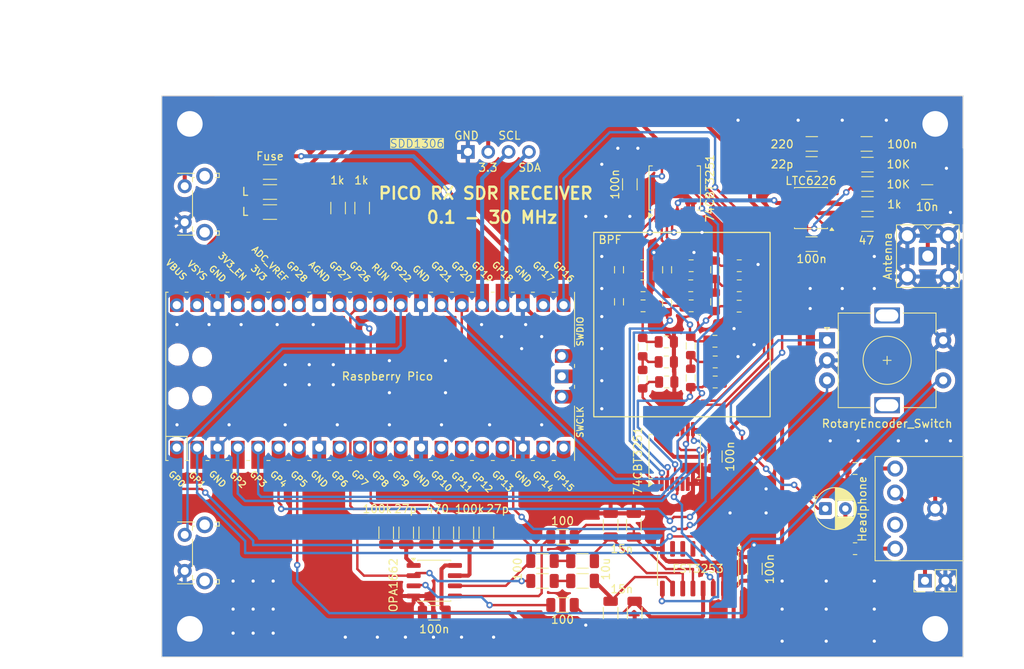
<source format=kicad_pcb>
(kicad_pcb (version 20241229) (generator "pcbnew") (generator_version "9.0")
  (layers (0 "F.Cu" signal) (2 "B.Cu" signal) (13 "F.Paste" user) (15 "B.Paste" user) (5 "F.SilkS" user "F.Silkscreen") (7 "B.SilkS" user "B.Silkscreen") (1 "F.Mask" user) (3 "B.Mask" user) (25 "Edge.Cuts" user))
  (net 0 "")
  (net 1 "+5V")
  (net 2 "GND")
  (net 3 "LPF_16_30_A")
  (net 4 "LPF_8_16_A")
  (net 5 "Net-(C7-Pad2)")
  (net 6 "LPF_8_16_B")
  (net 7 "Net-(C12-Pad2)")
  (net 8 "LPF_4_8_A")
  (net 9 "Net-(C14-Pad2)")
  (net 10 "LPF_4_8_B")
  (net 11 "LPF_2_4_A")
  (net 12 "LPF_16_30_B")
  (net 13 "Net-(C21-Pad2)")
  (net 14 "LPF_2_4_B")
  (net 15 "Net-(U4-2B2)")
  (net 16 "Net-(U4-2B1)")
  (net 17 "Net-(U4-2B3)")
  (net 18 "Net-(U4-2B4)")
  (net 19 "Net-(U3B--)")
  (net 20 "Net-(U3A--)")
  (net 21 "LPF_1_2_A")
  (net 22 "RX_I")
  (net 23 "RX_Q")
  (net 24 "RF_BPF")
  (net 25 "Net-(U3B-+)")
  (net 26 "Net-(U3A-+)")
  (net 28 "BAND_2")
  (net 29 "BAND_1")
  (net 30 "BAND_0")
  (net 32 "LO_Q")
  (net 38 "LO_I")
  (net 39 "Net-(C34-Pad1)")
  (net 40 "Net-(C37-Pad2)")
  (net 41 "/PI Pico/PUSH")
  (net 42 "LPF_1_2_B")
  (net 47 "Net-(U1-I5)")
  (net 52 "Net-(C39-Pad2)")
  (net 53 "Net-(U5-3V3)")
  (net 54 "/PI Pico/SCL")
  (net 55 "/PI Pico/SDA")
  (net 56 "SPEAKER")
  (net 57 "/PI Pico/ENCODER_A")
  (net 59 "/PI Pico/ENCODER_B")
  (net 64 "/PI Pico/BUTTON_FWD")
  (net 66 "/PI Pico/BUTTON_BACK")
  (net 67 "+3V3")
  (net 68 "Net-(F1-Pad2)")
  (net 73 "Net-(J1-Pin_1)")
  (net 75 "Net-(J5-In)")
  (net 76 "Net-(C1-Pad1)")
  (net 77 "Net-(U6--)")
  (net 78 "RF_PREAMP")
  (net 79 "Net-(U6-+)")
  (net 81 "Net-(U5-GPIO27_ADC1)")
  (net 82 "Net-(U5-GPIO26_ADC0)")
  (net 83 "Net-(C4-Pad1)")
  (net 84 "Net-(C11-Pad1)")
  (net 85 "Net-(U5-VBUS)")
  (footprint "Inductor_SMD:L_0805_2012Metric_Pad1.05x1.20mm_HandSolder" (layer "F.Cu") (at 147.15 104.66 90)
    (property "Reference" "L2" (hide yes))
    (property "Value" "330n")
  )
  (footprint "Capacitor_SMD:C_1206_3216Metric" (layer "F.Cu") (at 130.6 136.985)
    (property "Reference" "C4" (hide yes))
    (property "Value" "10u")
  )
  (footprint "Resistor_SMD:R_1206_3216Metric" (layer "F.Cu") (at 166.15 94.96 180)
    (property "Reference" "R1" (hide yes))
    (property "Value" "47")
  )
  (footprint "Capacitor_SMD:C_1206_3216Metric" (layer "F.Cu") (at 136.5 90 -90)
    (property "Reference" "C2" (hide yes))
    (property "Value" "100n")
  )
  (footprint "Capacitor_SMD:C_0805_2012Metric" (layer "F.Cu") (at 138.15 105.16 180)
    (property "Reference" "C22" (hide yes))
    (property "Value" "1.5n")
  )
  (footprint "Capacitor_SMD:C_1206_3216Metric" (layer "F.Cu") (at 159.175 87.46 180)
    (property "Reference" "C5" (hide yes))
    (property "Value" "22p")
  )
  (footprint "Capacitor_SMD:C_0805_2012Metric" (layer "F.Cu") (at 138.15 100.16 180)
    (property "Reference" "C19" (hide yes))
    (property "Value" "1.5n")
  )
  (footprint "Inductor_SMD:L_1206_3216Metric" (layer "F.Cu") (at 91.6 93.46)
    (property "Reference" "FB1" (hide yes))
    (property "Value" "Ferrite_Bead")
  )
  (footprint "Resistor_SMD:R_1206_3216Metric" (layer "F.Cu") (at 100.1 92.96 -90)
    (property "Reference" "R16" (hide yes))
    (property "Value" "1k")
  )
  (footprint "Resistor_SMD:R_1206_3216Metric" (layer "F.Cu") (at 113.6 133.46 -90)
    (property "Reference" "R13" (hide yes))
    (property "Value" "470")
  )
  (footprint "reciever:jack3.5mm switched" (layer "F.Cu") (at 179.1 130.46 -90)
    (property "Reference" "J2" (hide yes))
    (property "Value" "Headphone")
  )
  (footprint "Capacitor_SMD:C_0805_2012Metric" (layer "F.Cu") (at 144.15 105.16 180)
    (property "Reference" "C15" (hide yes))
    (property "Value" "1n")
  )
  (footprint "Package_SO:SSOP-16_5.3x6.2mm_P0.65mm" (layer "F.Cu") (at 142.1 90.46 90)
    (property "Reference" "U1" (hide yes))
    (property "Value" "74CBT3251")
  )
  (footprint "Resistor_SMD:R_1206_3216Metric" (layer "F.Cu") (at 116.1 133.46 -90)
    (property "Reference" "R7" (hide yes))
    (property "Value" "100k")
  )
  (footprint "Resistor_SMD:R_1206_3216Metric" (layer "F.Cu") (at 103.1 92.96 -90)
    (property "Reference" "R15" (hide yes))
    (property "Value" "1k")
  )
  (footprint "Resistor_SMD:R_1206_3216Metric" (layer "F.Cu") (at 166.15 89.96)
    (property "Reference" "R2" (hide yes))
    (property "Value" "10K")
  )
  (footprint "Resistor_SMD:R_1206_3216Metric" (layer "F.Cu") (at 125.6 139.485)
    (property "Reference" "R5" (hide yes))
    (property "Value" "100")
  )
  (footprint "Capacitor_SMD:C_1206_3216Metric" (layer "F.Cu") (at 108.6 133.46 -90)
    (property "Reference" "C31" (hide yes))
    (property "Value" "27p")
  )
  (footprint "Capacitor_SMD:C_0805_2012Metric" (layer "F.Cu") (at 138.15 102.66 180)
    (property "Reference" "C21" (hide yes))
    (property "Value" "2.2n")
  )
  (footprint "Inductor_SMD:L_0805_2012Metric_Pad1.05x1.20mm_HandSolder" (layer "F.Cu") (at 138.1 110.31 90)
    (property "Reference" "L8" (hide yes))
    (property "Value" "4.7u")
  )
  (footprint "Capacitor_SMD:C_0805_2012Metric" (layer "F.Cu") (at 144.15 100.16 180)
    (property "Reference" "C13" (hide yes))
    (property "Value" "1n")
  )
  (footprint "reciever:SDD1306" (layer "F.Cu") (at 120.1 85.96)
    (property "Reference" "J4" (hide yes))
    (property "Value" "I2C Display")
  )
  (footprint "Capacitor_SMD:C_0805_2012Metric" (layer "F.Cu") (at 147.15 112.16 180)
    (property "Reference" "C12" (hide yes))
    (property "Value" "470p")
  )
  (footprint "Capacitor_SMD:C_1206_3216Metric" (layer "F.Cu") (at 134.1 143.5 90)
    (property "Reference" "C27" (hide yes))
    (property "Value" "15n")
  )
  (footprint "Resistor_SMD:R_1206_3216Metric" (layer "F.Cu") (at 111.1 133.46 -90)
    (property "Reference" "R14" (hide yes))
    (property "Value" "470")
  )
  (footprint "Capacitor_SMD:C_1206_3216Metric" (layer "F.Cu") (at 147.1 123.96 -90)
    (property "Reference" "C3" (hide yes))
    (property "Value" "100n")
  )
  (footprint "Capacitor_SMD:C_1206_3216Metric" (layer "F.Cu") (at 166.045 84.96 180)
    (property "Reference" "C17" (hide yes))
    (property "Value" "100n")
  )
  (footprint "Inductor_SMD:L_1206_3216Metric" (layer "F.Cu") (at 91.6 88.46)
    (property "Reference" "F1" (hide yes))
    (property "Value" "Fuse")
  )
  (footprint "Capacitor_SMD:C_0805_2012Metric" (layer "F.Cu") (at 141.05 112.16 180)
    (property "Reference" "C37" (hide yes))
    (property "Value" "4.7n")
  )
  (footprint "Package_SO:SOIC-16_3.9x9.9mm_P1.27mm" (layer "F.Cu") (at 145.005 137.96 -90)
    (property "Reference" "U4" (hide yes))
    (property "Value" "FST3253")
  )
  (footprint "MountingHole:MountingHole_3.2mm_M3_Pad" (layer "F.Cu") (at 174.6 82.46)
    (property "Reference" "H4" (hide yes))
    (property "Value" "MountingHole_Pad")
  )
  (footprint "Resistor_SMD:R_1206_3216Metric" (layer "F.Cu") (at 166.15 87.54 180)
    (property "Reference" "R10" (hide yes))
    (property "Value" "10K")
  )
  (footprint "Inductor_SMD:L_0805_2012Metric_Pad1.05x1.20mm_HandSolder" (layer "F.Cu") (at 141.15 100.66 90)
    (property "Reference" "L3" (hide yes))
    (property "Value" "1u")
  )
  (footprint "Capacitor_SMD:C_1206_3216Metric" (layer "F.Cu") (at 137.1 143.5 90)
    (property "Reference" "C29" (hide yes))
    (property "Value" "15n")
  )
  (footprint "Capacitor_SMD:C_1206_3216Metric" (layer "F.Cu") (at 137 132.525 -90)
    (property "Reference" "C28" (hide yes))
    (property "Value" "15n")
  )
  (footprint "Button_Switch_THT:SW_Tactile_SPST_Angled_PTS645Vx31-2LFS" (layer "F.Cu") (at 80.9625 94.735 90)
    (property "Reference" "SW3" (hide yes))
    (property "Value" "SW_Push")
  )
  (footprint "Resistor_SMD:R_1206_3216Metric" (layer "F.Cu") (at 159.2 84.96 180)
    (property "Reference" "R11" (hide yes))
    (property "Value" "220")
  )
  (footprint "Resistor_SMD:R_1206_3216Metric" (layer "F.Cu") (at 166.15 92.46)
    (property "Reference" "R12" (hide yes))
    (property "Value" "1k")
  )
  (footprint "Inductor_SMD:L_0805_2012Metric_Pad1.05x1.20mm_HandSolder" (layer "F.Cu") (at 147.15 100.66 90)
    (property "Reference" "L1" (hide yes))
    (property "Value" "330n")
  )
  (footprint "Package_SO:SSOP-16_5.3x6.2mm_P0.65mm" (layer "F.Cu") (at 142.1 123.96 90)
    (property "Reference" "U2" (hide yes))
    (property "Value" "74CBT3251")
  )
  (footprint "Capacitor_SMD:C_0805_2012Metric" (layer "F.Cu") (at 144.1 102.66 180)
    (property "Reference" "C14" (hide yes))
    (property "Value" "1n")
  )
  (footprint "Capacitor_SMD:C_0805_2012Metric" (layer "F.Cu") (at 141.05 109.66 180)
    (property "Reference" "C36" (hide yes))
    (property "Value" "3.3n")
  )
  (footprint "reciever:RPi_Pico_SMD_TH" (layer "F.Cu") (at 104.1 113.96 90)
    (property "Reference" "U5" (hide yes))
    (property "Value" "Raspberry Pico")
  )
  (footprint "Inductor_SMD:L_0805_2012Metric_Pad1.05x1.20mm_HandSolder" (layer "F.Cu") (at 141.15 104.81 90)
    (property "Reference" "L4" (hide yes))
    (property "Value" "1u")
  )
  (footprint "Capacitor_SMD:C_0805_2012Metric" (layer "F.Cu") (at 164.6 125.46 180)
    (property "Reference" "C34" (hide yes))
    (property "Value" "470n")
  )
  (footprint "Connector_Coaxial:SMA_BAT_Wireless_BWSMA-KWE-Z001" (layer "F.Cu") (at 173.675 98.96 -90)
    (property "Reference" "J5" (hide yes))
    (property "Value" "Antenna")
  )
  (footprint "Capacitor_SMD:C_0805_2012Metric" (layer "F.Cu") (at 150.14053 105.200633 180)
    (property "Reference" "C9" (hide yes))
    (property "Value" "680p")
  )
  (footprint "Package_SO:SO-8_3.9x4.9mm_P1.27mm" (layer "F.Cu") (at 159.1 92.96 180)
    (property "Reference" "U6" (hide yes))
    (property "Value" "LTC6226")
  )
  (footprint "Resistor_SMD:R_0805_2012Metric" (layer "F.Cu") (at 164.6 135.46)
    (property "Reference" "R9" (hide yes))
    (property "Value" "100")
  )
  (footprint "Button_Switch_THT:SW_Tactile_SPST_Angled_PTS645Vx31-2LFS" (layer "F.Cu") (at 80.9625 138.235 90)
    (property "Reference" "SW2" (hide yes))
    (property "Value" "SW_Push")
  )
  (footprint "Capacitor_SMD:C_1206_3216Metric" (layer "F.Cu") (at 112.1 143.46 180)
    (property "Reference" "C24" (hide yes))
    (property "Value" "100n")
  )
  (footprint "Capacitor_THT:CP_Radial_D5.0mm_P2.50mm" (layer "F.Cu") (at 160.894888 130.46)
    (property "Reference" "C39" (hide yes))
    (property "Value" "100u")
  )
  (footprint "Capacitor_SMD:C_1206_3216Metric" (layer "F.Cu") (at 134.1 132.525 -90)
    (property "Reference" "C26" (hide yes))
    (property "Value" "15n")
  )
  (footprint "Inductor_SMD:L_0805_2012Metric_Pad1.05x1.20mm_HandSolder" (layer "F.Cu") (at 138.1 114.31 90)
    (property "Reference" "L9" (hide yes))
    (property "Value" "4.7u")
  )
  (footprint "Capacitor_SMD:C_0805_2012Metric" (layer "F.Cu") (at 150.15 100.16 180)
    (property "Reference" "C6" (hide yes))
    (property "Value" "680p")
  )
  (footprint "Capacitor_SMD:C_0805_2012Metric" (layer "F.Cu") (at 141.1 114.66 180)
    (property "Reference" "C38" (hide yes))
    (property "Value" "3.3n")
  )
  (footprint "Resistor_SMD:R_1206_3216Metric" (layer "F.Cu") (at 125.6 136.985)
    (property "Reference" "R3" (hide yes))
    (property "Value" "100")
  )
  (footprint "Inductor_SMD:L_0805_2012Metric_Pad1.05x1.20mm_HandSolder" (layer "F.Cu") (at 144.1 110.16 90)
    (property "Reference" "L13" (hide yes))
    (property "Value" "220n")
  )
  (footprint "Capacitor_SMD:C_1206_3216Metric" (layer "F.Cu") (at 130.6 139.485)
    (property "Reference" "C11" (hide yes))
    (property "Value" "10u")
  )
  (footprint "MountingHole:MountingHole_3.2mm_M3_Pad" (layer "F.Cu") (at 81.6 82.46)
    (property "Reference" "H3" (hide yes))
    (property "Value" "MountingHole_Pad")
  )
  (footprint "Capacitor_SMD:C_1206_3216Metric" (layer "F.Cu") (at 159.175 97.46)
    (property "Reference" "C10" (hide yes))
    (property "Value" "100n")
  )
  (footprint "Capacitor_SMD:C_1206_3216Metric" (layer "F.Cu") (at 118.6 133.46 -90)
    (property "Reference" "C30" (hide yes))
    (property "Value" "27p")
  )
  (footprint "Capacitor_SMD:C_0805_2012Metric" (layer "F.Cu") (at 147.12038 109.580253 180)
    (property "Reference" "C8" (hide yes))
    (property "Value" "330pF")
  )
  (footprint "Capacitor_SMD:C_0805_2012Metric" (layer "F.Cu") (at 150.15 102.66 180)
    (property "Reference" "C7" (hide yes))
    (property "Value" "1n")
  )
  (footprint "Rotary_Encoder:RotaryEncoder_Alps_EC11E-Switch_Vertical_H20mm" (layer "F.Cu") (at 161.1 109.46)
    (property "Reference" "SW1" (hide yes))
    (property "Value" "RotaryEncoder_Switch")
  )
  (footprint "Inductor_SMD:L_0805_2012Metric_Pad1.05x1.20mm_HandSolder" (layer "F.Cu") (at 135.15 104.66 90)
    (property "Reference" "L7" (hide yes))
    (property "Value" "2.2u")
  )
  (footprint "Connector_PinHeader_2.54mm:PinHeader_1x02_P2.54mm_Vertical" (layer "F.Cu") (at 173.325 139.46 90)
    (property "Reference" "J1" (hide yes))
    (property "Value" "Speaker")
  )
  (footprint "Inductor_SMD:L_0805_2012Metric_Pad1.05x1.20mm_HandSolder" (layer "F.Cu") (at 135.15 100.66 90)
    (property "Reference" "L6" (hide yes))
    (property "Value" "2.2u")
  )
  (footprint "Capacitor_SMD:C_1206_3216Metric" (layer "F.Cu") (at 152.1 137.985 90)
    (property "Reference" "C25" (hide yes))
    (property "Value" "100n")
  )
  (footprint "Package_SO:SO-8_3.9x4.9mm_P1.27mm" (layer "F.Cu") (at 112.1 139.46)
    (property "Reference" "U3" (hide yes))
    (property "Value" "OPA1662")
  )
  (footprint "Inductor_SMD:L_0805_2012Metric_Pad1.05x1.20mm_HandSolder" (layer "F.Cu") (at 144.1 114.16 90)
    (property "Reference" "L5" (hide yes))
    (property "Value" "220n")
  )
  (footprint "Inductor_SMD:L_1206_3216Metric" (layer "F.Cu") (at 91.6 90.96)
    (property "Reference" "FB2" (hide yes))
    (property "Value" "Ferrite_Bead")
  )
  (footprint "MountingHole:MountingHole_3.2mm_M3_Pad" (layer "F.Cu") (at 174.6 145.46)
    (property "Reference" "H2" (hide yes))
    (property "Value" "MountingHole_Pad")
  )
  (footprint "Resistor_SMD:R_1206_3216Metric" (layer "F.Cu") (at 106.1 133.46 -90)
    (property "Reference" "R8" (hide yes))
    (property "Value" "100k")
  )
  (footprint "Capacitor_SMD:C_1206_3216Metric" (layer "F.Cu") (at 173.6 90.96)
    (property "Reference" "C1" (hide yes))
    (property "Value" "10n")
  )
  (footprint "Capacitor_SMD:C_0805_2012Metric" (layer "F.Cu") (at 147.15 114.66 180)
    (property "Reference" "C16" (hide yes))
    (property "Value" "330p")
  )
  (footprint "MountingHole:MountingHole_3.2mm_M3_Pad" (layer "F.Cu") (at 81.6 145.46)
    (property "Reference" "H1" (hide yes))
    (property "Value" "MountingHole_Pad")
  )
  (footprint "Resistor_SMD:R_1206_3216Metric" (layer "F.Cu") (at 128.1 142.485)
    (property "Reference" "R6" (hide yes))
    (property "Value" "100")
  )
  (footprint "Resistor_SMD:R_1206_3216Metric" (layer "F.Cu") (at 128.1 133.985)
    (property "Reference" "R4" (hide yes))
    (property "Value" "100")
  )
  (gr_rect (start 132 96) (end 154 119) (stroke (width 0.15)) (fill no) (layer "F.SilkS"))
  (gr_rect (start 78.1 78.96) (end 178.1 148.96) (stroke (width 0.1)) (fill no) (layer "Edge.Cuts"))
  (gr_text "BPF" (at 132.5 97.5 0) (layer "F.SilkS") (effects (font (size 1 1)) (justify left bottom)))
  (gr_text "GND" (at 114.5 84.5 0) (layer "F.SilkS") (effects (font (size 1 1)) (justify left bottom)))
  (gr_text "0.1 - 30 MHz" (at 111 95 0) (layer "F.SilkS") (effects (font (size 1.5 1.5) (thickness 0.3) (bold yes)) (justify left bottom)))
  (gr_text "SDA" (at 122.5 88.5 0) (layer "F.SilkS") (effects (font (size 1 1)) (justify left bottom)))
  (gr_text "3.3" (at 117.5 88.5 0) (layer "F.SilkS") (effects (font (size 1 1)) (justify left bottom)))
  (gr_text "L" (at 88 94 0) (layer "F.SilkS") (effects (font (size 1 1)) (justify left bottom)))
  (gr_text "L" (at 88 91.5 0) (layer "F.SilkS") (effects (font (size 1 1)) (justify left bottom)))
  (gr_text "SCL" (at 120 84.5 0) (layer "F.SilkS") (effects (font (size 1 1)) (justify left bottom)))
  (gr_text "PICO RX SDR RECEIVER" (at 105 92 0) (layer "F.SilkS") (effects (font (size 1.5 1.5) (thickness 0.3) (bold yes)) (justify left bottom)))
  (segment (start 136.5 88.525) (end 138.2965 88.525) (width 0.5) (layer "F.Cu") (net 1))
  (segment (start 155.5 114.5) (end 155.2925 114.2925) (width 0.5) (layer "F.Cu") (net 1))
  (segment (start 139.774 121.774) (end 139.774 120.5475) (width 0.5) (layer "F.Cu") (net 1))
  (segment (start 155.5 136.06) (end 155.5 114.5) (width 0.5) (layer "F.Cu") (net 1))
  (segment (start 102.135 82) (end 137.5 82) (width 0.5) (layer "F.Cu") (net 1))
  (segment (start 164.54 89.96) (end 163.5 91) (width 0.3) (layer "F.Cu") (net 1))
  (segment (start 138.2965 88.525) (end 139.774 87.0475) (width 0.5) (layer "F.Cu") (net 1))
  (segment (start 121.46 143.46) (end 124.5 146.5) (width 0.5) (layer "F.Cu") (net 1))
  (segment (start 139.774 84.274) (end 139.774 87.0475) (width 0.5) (layer "F.Cu") (net 1))
  (segment (start 156.525 93.595) (end 153.095 93.595) (width 0.5) (layer "F.Cu") (net 1))
  (segment (start 157.7 97.46) (end 158.5 96.66) (width 0.5) (layer "F.Cu") (net 1))
  (segment (start 149.45 145.55) (end 149.45 140.435) (width 0.5) (layer "F.Cu") (net 1))
  (segment (start 145.5 82) (end 137.5 82) (width 0.5) (layer "F.Cu") (net 1))
  (segment (start 147.1 122.485) (end 145.585 124) (width 0.5) (layer "F.Cu") (net 1))
  (segment (start 158.5 96.66) (end 158.5 95.5) (width 0.5) (layer "F.Cu") (net 1))
  (segment (start 113 142.885) (end 113 138) (width 0.5) (layer "F.Cu") (net 1))
  (segment (start 145.585 124) (end 142 124) (width 0.5) (layer "F.Cu") (net 1))
  (segment (start 152.1 139.46) (end 155.5 136.06) (width 0.5) (layer "F.Cu") (net 1))
  (segment (start 153.095 93.595) (end 151.5 92) (width 0.5) (layer "F.Cu") (net 1))
  (segment (start 159.5 95.5) (end 158.5 95.5) (width 0.3) (layer "F.Cu") (net 1))
  (segment (start 124.5 146.5) (end 148.5 146.5) (width 0.5) (layer "F.Cu") (net 1))
  (segment (start 113.445 137.555) (end 114.675 137.555) (width 0.5) (layer "F.Cu") (net 1))
  (segment (start 151.5 92) (end 151.5 88) (width 0.5) (layer "F.Cu") (net 1))
  (segment (start 142 124) (end 139.774 121.774) (width 0.5) (layer "F.Cu") (net 1))
  (segment (start 148.5 146.5) (end 149.45 145.55) (width 0.5) (layer "F.Cu") (net 1))
  (segment (start 113.575 143.46) (end 121.46 143.46) (width 0.5) (layer "F.Cu") (net 1))
  (segment (start 155.2925 114.2925) (end 147.1 122.485) (width 0.5) (layer "F.Cu") (net 1))
  (segment (start 113 138) (end 113.445 137.555) (width 0.5) (layer "F.Cu") (net 1))
  (segment (start 151.5 88) (end 145.5 82) (width 0.5) (layer "F.Cu") (net 1))
  (segment (start 137.5 82) (end 139.774 84.274) (width 0.5) (layer "F.Cu") (net 1))
  (segment (start 113.575 143.46) (end 113 142.885) (width 0.5) (layer "F.Cu") (net 1))
  (segment (start 152.1 139.46) (end 150.425 139.46) (width 0.5) (layer "F.Cu") (net 1))
  (segment (start 93.175 90.96) (end 102.135 82) (width 0.5) (layer "F.Cu") (net 1))
  (segment (start 158.5 95.5) (end 158.5 94) (width 0.5) (layer "F.Cu") (net 1))
  (segment (start 158.5 94) (end 158.095 93.595) (width 0.5) (layer "F.Cu") (net 1))
  (segment (start 150.425 139.46) (end 149.45 140.435) (width 0.5) (layer "F.Cu") (net 1))
  (segment (start 164.6875 89.96) (end 164.54 89.96) (width 0.3) (layer "F.Cu") (net 1))
  (segment (start 158.095 93.595) (end 156.525 93.595) (width 0.5) (layer "F.Cu") (net 1))
  (segment (start 157.7 111.885) (end 155.2925 114.2925) (width 0.5) (layer "F.Cu") (net 1))
  (segment (start 157.7 97.46) (end 157.7 111.885) (width 0.5) (layer "F.Cu") (net 1))
  (via (at 159.5 95.5) (size 0.8) (drill 0.4) (layers "F.Cu" "B.Cu") (net 1))
  (via (at 163.5 91) (size 0.8) (drill 0.4) (layers "F.Cu" "B.Cu") (net 1))
  (segment (start 163.5 91) (end 159.5 95) (width 0.3) (layer "B.Cu") (net 1))
  (segment (start 159.5 95) (end 159.5 95.5) (width 0.3) (layer "B.Cu") (net 1))
  (segment (start 123.15 127.65) (end 123.15 122.85) (width 0.5) (layer "F.Cu") (net 2))
  (segment (start 144.375 93.8725) (end 143.776 93.8725) (width 0.5) (layer "F.Cu") (net 2))
  (segment (start 171 79.5) (end 173.96 82.46) (width 0.5) (layer "F.Cu") (net 2))
  (segment (start 151.1 100.16) (end 151.1 102.66) (width 0.5) (layer "F.Cu") (net 2))
  (segment (start 126.55 131.05) (end 123.15 127.65) (width 0.5) (layer "F.Cu") (net 2))
  (segment (start 148.07038 109.580253) (end 150.919747 109.580253) (width 0.5) (layer "F.Cu") (net 2))
  (segment (start 136.5 91.475) (end 143.475 91.475) (width 0.5) (layer "F.Cu") (net 2))
  (segment (start 152.34 100.16) (end 152.5 100) (width 0.5) (layer "F.Cu") (net 2))
  (segment (start 150.475 136.51) (end 149.45 135.485) (width 0.5) (layer "F.Cu") (net 2))
  (segment (start 151.1 100.16) (end 145.97 95.03) (width 0.5) (layer "F.Cu") (net 2))
  (segment (start 130 91.5) (end 136.475 91.5) (width 0.5) (layer "F.Cu") (net 2))
  (segment (start 140.56 135.485) (end 140.56 136.459999) (width 0.5) (layer "F.Cu") (net 2))
  (segment (start 147.1 125.435) (end 146.3125 125.435) (width 0.5) (layer "F.Cu") (net 2))
  (segment (start 153.5 88.03) (end 153.5 79.5) (width 0.5) (layer "F.Cu") (net 2))
  (segment (start 164.6875 85.0775) (end 164.57 84.96) (width 0.5) (layer "F.Cu") (net 2))
  (segment (start 145.05 105.11) (end 145.1 105.16) (width 0.5) (layer "F.Cu") (net 2))
  (segment (start 139.1 106.6) (end 139.1 105.16) (width 0.5) (layer "F.Cu") (net 2))
  (segment (start 142.05 114.66) (end 142.05 112.21) (width 0.5) (layer "F.Cu") (net 2))
  (segment (start 123.15 105.07) (end 126.08 108) (width 0.5) (layer "F.Cu") (net 2))
  (segment (start 145.1 100.16) (end 145.1 102.61) (width 0.5) (layer "F.Cu") (net 2))
  (segment (start 137.1 144.975) (end 134.1 144.975) (width 0.5) (layer "F.Cu") (net 2))
  (segment (start 109.525 141.365) (end 100.865 141.365) (width 0.3) (layer "F.Cu") (net 2))
  (segment (start 152.1 135.1) (end 152 135) (width 0.5) (layer "F.Cu") (net 2))
  (segment (start 144.375 127.3725) (end 143.776 127.3725) (width 0.5) (layer "F.Cu") (net 2))
  (segment (start 146.3125 125.435) (end 144.375 127.3725) (width 0.5) (layer "F.Cu") (net 2))
  (segment (start 148.1 109.609873) (end 148.07038 109.580253) (width 0.5) (layer "F.Cu") (net 2))
  (segment (start 145.05 102.66) (end 145.05 105.11) (width 0.5) (layer "F.Cu") (net 2))
  (segment (start 148.18 137.403292) (end 148.18 137.5) (width 0.5) (layer "F.Cu") (net 2))
  (segment (start 173.5 123.5) (end 174.6 124.6) (width 0.5) (layer "F.Cu") (net 2))
  (segment (start 142.05 112.21) (end 142 112.16) (width 0.5) (layer "F.Cu") (net 2))
  (segment (start 160.65 97.46) (end 164.7 101.51) (width 0.5) (layer "F.Cu") (net 2))
  (segment (start 153.5 79.5) (end 165 79.5) (width 0.5) (layer "F.Cu") (net 2))
  (segment (start 142 109.66) (end 142 112.16) (width 0.5) (layer "F.Cu") (net 2))
  (segment (start 141.584999 131.05) (end 144.375 128.259999) (width 0.5) (layer "F.Cu") (net 2))
  (segment (start 110.625 143.46) (end 110.625 142.465) (width 0.5) (layer "F.Cu") (net 2))
  (segment (start 164.6875 87.54) (end 164.6875 85.0775) (width 0.5) (layer "F.Cu") (net 2))
  (segment (start 129 108) (end 130 107) (width 0.5) (layer "F.Cu") (net 2))
  (segment (start 148.18 137.5) (end 148.18 140.435) (width 0.5) (layer "F.Cu") (net 2))
  (segment (start 142 109.5) (end 139.1 106.6) (width 0.5) (layer "F.Cu") (net 2))
  (segment (start 100.865 141.365) (end 97.75 138.25) (width 0.3) (layer "F.Cu") (net 2))
  (segment (start 164.57 84.96) (end 164.57 79.93) (width 0.5) (layer "F.Cu") (net 2))
  (segment (start 156.525 91.055) (end 153.5 88.03) (width 0.5) (layer "F.Cu") (net 2))
  (segment (start 110.45 98.8475) (end 110.45 105.07) (width 0.5) (layer "F.Cu") (net 2))
  (segment (start 145.97 95.03) (end 145.5375 94.5975) (width 0.5) (layer "F.Cu") (net 2))
  (segment (start 143.475 91.475) (end 143.776 91.776) (width 0.5) (layer "F.Cu") (net 2))
  (segment (start 144.5 98.5) (end 145.1 99.1) (width 0.5) (layer "F.Cu") (net 2))
  (segment (start 137 131.05) (end 134.1 131.05) (width 0.5) (layer "F.Cu") (net 2))
  (segment (start 148.1 114.66) (end 148.1 112.16) (width 0.5) (layer "F.Cu") (net 2))
  (segment (start 110.625 142.465) (end 109.525 141.365) (width 0.5) (layer "F.Cu") (net 2))
  (segment (start 130 107) (end 130 91.5) (width 0.5) (layer "F.Cu") (net 2))
  (segment (start 139.05 131.05) (end 137 131.05) (width 0.5) (layer "F.Cu") (net 2))
  (segment (start 143.776 91.776) (end 143.776 93.8725) (width 0.5) (layer "F.Cu") (net 2))
  (segment (start 136.475 91.5) (end 136.5 91.475) (width 0.5) (layer "F.Cu") (net 2))
  (segment (start 151.09053 102.66947) (end 151.1 102.66) (width 0.5) (layer "F.Cu") (net 2))
  (segment (start 173.96 82.46) (end 174.6 82.46) (width 0.5) (layer "F.Cu") (net 2))
  (segment (start 144.375 128.259999) (end 144.375 127.3725) (width 0.5) (layer "F.Cu") (net 2))
  (segment (start 165.61 123.5) (end 173.5 123.5) (width 0.5) (layer "F.Cu") (net 2))
  (segment (start 100.1 91.4975) (end 103.1 91.4975) (width 0.5) (layer "F.Cu") (net 2))
  (segment (start 163.65 125.46) (end 165.61 123.5) (width 0.5) (layer "F.Cu") (net 2))
  (segment (start 145.97 95.53) (end 145.97 95.03) (width 0.5) (layer "F.Cu") (net 2))
  (segment (start 126.08 108) (end 129 108) (width 0.5) (layer "F.Cu") (net 2))
  (segment (start 134.1 144.975) (end 131.025 144.975) (width 0.3) (layer "F.Cu") (net 2))
  (segment (start 141.100001 137) (end 145 137) (width 0.5) (layer "F.Cu") (net 2))
  (segment (start 142 109.66) (end 142 109.5) (width 0.5) (layer "F.Cu") (net 2))
  (segment (start 161.675 90.5525) (end 164.6875 87.54) (width 0.5) (layer "F.Cu") (net 2))
  (segment (start 137 131.05) (end 141.584999 131.05) (width 0.5) (layer "F.Cu") (net 2))
  (segment (start 150.919747 109.580253) (end 151.09053 109.40947) (width 0.5) (layer "F.Cu") (net 2))
  (segment (start 145.5375 94.5975) (end 145.1 94.5975) (width 0.5) (layer "F.Cu") (net 2))
  (segment (start 148.1 112.16) (end 148.1 109.609873) (width 0.5) (layer "F.Cu") (net 2))
  (segment (start 174.6 124.6) (end 174.6 130.46) (width 0.5) (layer "F.Cu") (net 2))
  (segment (start 164.57 79.93) (end 165 79.5) (width 0.5) (layer "F.Cu") (net 2))
  (segment (start 151.1 100.16) (end 152.34 100.16) (width 0.5) (layer "F.Cu") (net 2))
  (segment (start 151.09053 105.200633) (end 151.09053 102.66947) (width 0.5) (layer "F.Cu") (net 2))
  (segment (start 161.675 91.055) (end 161.675 90.5525) (width 0.5) (layer "F.Cu") (net 2))
  (segment (start 145 137) (end 145.5 137.5) (width 0.5) (layer "F.Cu") (net 2))
  (segment (start 139.1 98.9) (end 139.5 98.5) (width 0.5) (layer "F.Cu") (net 2))
  (segment (start 164.7 101.51) (end 171.125 101.51) (width 0.5) (layer "F.Cu") (net 2))
  (segment (start 139.1 104) (end 139.1 105.16) (width 0.5) (layer "F.Cu") (net 2))
  (segment (start 139.1 100.16) (end 139.1 98.9) (width 0.5) (layer "F.Cu") (net 2))
  (segment (start 139.1 105.16) (end 139.1 102.66) (width 0.5) (layer "F.Cu") (net 2))
  (segment (start 151.09053 109.40947) (end 151.09053 105.200633) (width 0.5) (layer "F.Cu") (net 2))
  (segment (start 139.1 100.16) (end 139.1 102.66) (width 0.5) (layer "F.Cu") (net 2))
  (segment (start 145.1 102.61) (end 145.05 102.66) (width 0.5) (layer "F.Cu") (net 2))
  (segment (start 165 79.5) (end 171 79.5) (width 0.5) (layer "F.Cu") (net 2))
  (segment (start 152.1 136.51) (end 152.1 135.1) (width 0.5) (layer "F.Cu") (net 2))
  (segment (start 149.45 136.133292) (end 148.18 137.403292) (width 0.5) (layer "F.Cu") (net 2))
  (segment (start 140.56 132.56) (end 139.05 131.05) (width 0.5) (layer "F.Cu") (net 2))
  (segment (start 145.1 99.1) (end 145.1 100.16) (width 0.5) (layer "F.Cu") (net 2))
  (segment (start 134.1 131.05) (end 126.55 131.05) (width 0.5) (layer "F.Cu") (net 2))
  (segment (start 103.1 91.4975) (end 110.45 98.8475) (width 0.5) (layer "F.Cu") (net 2))
  (segment (start 97.75 138.25) (end 97.75 122.85) (width 0.3) (layer "F.Cu") (net 2))
  (segment (start 140.56 135.485) (end 140.56 132.56) (width 0.5) (layer "F.Cu") (net 2))
  (segment (start 140.56 136.459999) (end 141.100001 137) (width 0.5) (layer "F.Cu") (net 2))
  (segment (start 149.45 135.485) (end 149.45 136.133292) (width 0.5) (layer "F.Cu") (net 2))
  (segment (start 145.5 96) (end 145.97 95.53) (width 0.5) (layer "F.Cu") (net 2))
  (segment (start 145.1 94.5975) (end 144.375 93.8725) (width 0.5) (layer "F.Cu") (net 2))
  (segment (start 131.025 144.975) (end 131 145) (width 0.3) (layer "F.Cu") (net 2))
  (segment (start 145.5 137.5) (end 148.18 137.5) (width 0.5) (layer "F.Cu") (net 2))
  (segment (start 152.1 136.51) (end 150.475 136.51) (width 0.5) (layer "F.Cu") (net 2))
  (via (at 155.5 147) (size 0.8) (drill 0.4) (layers "F.Cu" "B.Cu") (net 2))
  (via (at 106.5 116) (size 0.8) (drill 0.4) (layers "F.Cu" "B.Cu") (net 2))
  (via (at 96.5 112.5) (size 0.8) (drill 0.4) (layers "F.Cu" "B.Cu") (net 2))
  (via (at 153.5 131) (size 0.8) (drill 0.4) (layers "F.Cu" "B.Cu") (net 2))
  (via (at 101 146.5) (size 0.8) (drill 0.4) (layers "F.Cu" "B.Cu") (net 2))
  (via (at 108.5 146.5) (size 0.8) (drill 0.4) (layers "F.Cu" "B.Cu") (net 2))
  (via (at 161 143) (size 0.8) (drill 0.4) (layers "F.Cu" "B.Cu") (net 2))
  (via (at 152 135) (size 0.8) (drill 0.4) (layers "F.Cu" "B.Cu") (net 2))
  (via (at 145.5 96) (size 0.8) (drill 0.4) (layers "F.Cu" "B.Cu") (net 2))
  (via (at 118 107.5) (size 0.8) (drill 0.4) (layers "F.Cu" "B.Cu") (net 2))
  (via (at 125.5 109) (size 0.8) (drill 0.4) (layers "F.Cu" "B.Cu") (net 2))
  (via (at 113.5 116) (size 0.8) (drill 0.4) (layers "F.Cu" "B.Cu") (net 2))
  (via (at 133 99) (size 0.8) (drill 0.4) (layers "F.Cu" "B.Cu") (net 2))
  (via (at 80 107.5) (size 0.8) (drill 0.4) (layers "F.Cu" "B.Cu") (net 2))
  (via (at 112 146.5) (size 0.8) (drill 0.4) (layers "F.Cu" "B.Cu") (net 2))
  (via (at 92 139.5) (size 0.8) (drill 0.4) (layers "F.Cu" "B.Cu") (net 2))
  (via (at 133 118) (size 0.8) (drill 0.4) (layers "F.Cu" "B.Cu") (net 2))
  (via (at 119.5 146.5) (size 0.8) (drill 0.4) (layers "F.Cu" "B.Cu") (net 2))
  (via (at 173.5 122) (size 0.8) (drill 0.4) (layers "F.Cu" "B.Cu") (net 2))
  (via (at 123 110.5) (size 0.8) (drill 0.4) (layers "F.Cu" "B.Cu") (net 2))
  (via (at 133 114.5) (size 0.8) (drill 0.4) (layers "F.Cu" "B.Cu") (net 2))
  (via (at 93.5 112.5) (size 0.8) (drill 0.4) (layers "F.Cu" "B.Cu") (net 2))
  (via (at 119 120) (size 0.8) (drill 0.4) (layers "F.Cu" "B.Cu") (net 2))
  (via (at 159 103) (size 0.8) (drill 0.4) (layers "F.Cu" "B.Cu") (net 2))
  (via (at 131 145) (size 0.8) (drill 0.4) (layers "F.Cu" "B.Cu") (net 2))
  (via (at 136.5 94) (size 0.8) (drill 0.4) (layers "F.Cu" "B.Cu") (net 2))
  (via (at 92 143) (size 0.8) (drill 0.4) (layers "F.Cu" "B.Cu") (net 2))
  (via (at 87 139.5) (size 0.8) (drill 0.4) (layers "F.Cu" "B.Cu") (net 2))
  (via (at 123.5 107.5) (size 0.8) (drill 0.4) (layers "F.Cu" "B.Cu") (net 2))
  (via (at 135 85.5) (size 0.8) (drill 0.4) (layers "F.Cu" "B.Cu") (net 2))
  (via (at 144.5 98.5) (size 0.8) (drill 0.4) (layers "F.Cu" "B.Cu") (net 2))
  (via (at 133.5 94) (size 0.8) (drill 0.4) (layers "F.Cu" "B.Cu") (net 2))
  (via (at 150 111.5) (size 0.8) (drill 0.4) (layers "F.Cu" "B.Cu") (net 2))
  (via (at 155.5 139.5) (size 0.8) (drill 0.4) (layers "F.Cu" "B.Cu") (net 2))
  (via (at 113 120) (size 0.8) (drill 0.4) (layers "F.Cu" "B.Cu") (net 2))
  (via (at 97 107.5) (size 0.8) (drill 0.4) (layers "F.Cu" "B.Cu") (net 2))
  (via (at 163 105.5) (size 0.8) (drill 0.4) (layers "F.Cu" "B.Cu") (net 2))
  (via (at 133 106.5) (size 0.8) (drill 0.4) (layers "F.Cu" "B.Cu") (net 2))
  (via (at 106.5 112) (size 0.8) (drill 0.4) (layers "F.Cu" "B.Cu") (net 2))
  (via (at 96.5 115) (size 0.8) (drill 0.4) (layers "F.Cu" "B.Cu") (net 2))
  (via (at 161 147) (size 0.8) (drill 0.4) (layers "F.Cu" "B.Cu") (net 2))
  (via (at 99.5 112.5) (size 0.8) (drill 0.4) (layers "F.Cu" "B.Cu") (net 2))
  (via (at 133 87.5) (size 0.8) (drill 0.4) (layers "F.Cu" "B.Cu") (net 2))
  (via (at 161.5 122) (size 0.8) (drill 0.4) (layers "F.Cu" "B.Cu") (net 2))
  (via (at 157.5 82) (size 0.8) (drill 0.4) (layers "F.Cu" "B.Cu") (net 2))
  (via (at 120.5 109) (size 0.8) (drill 0.4) (layers "F.Cu" "B.Cu") (net 2))
  (via (at 176.5 93.5) (size 0.8) (drill 0.4) (layers "F.Cu" "B.Cu") (net 2))
  (via (at 176.5 122) (size 0.8) (drill 0.4) (layers "F.Cu" "B.Cu") (net 2))
  (via (at 86.5 120) (size 0.8) (drill 0.4) (layers "F.Cu" "B.Cu") (net 2))
  (via (at 152.5 100) (size 0.8) (drill 0.4) (layers "F.Cu" "B.Cu") (net 2))
  (via (at 149.5 108) (size 0.8) (drill 0.4) (layers "F.Cu" "B.Cu") (net 2))
  (via (at 139.5 98.5) (size 0.8) (drill 0.4) (layers "F.Cu" "B.Cu") (net 2))
  (via (at 92 146) (size 0.8) (drill 0.4) (layers "F.Cu" "B.Cu") (net 2))
  (via (at 176 88) (size 0.8) (drill 0.4) (layers "F.Cu" "B.Cu") (net 2))
  (via (at 133 110.5) (size 0.8) (drill 0.4) (layers "F.Cu" "B.Cu") (net 2))
  (via (at 163 103) (size 0.8) (drill 0.4) (layers "F.Cu" "B.Cu") (net 2))
  (via (at 131 94) (size 0.8) (drill 0.4) (layers "F.Cu" "B.Cu") (net 2))
  (via (at 167 143) (size 0.8) (drill 0.4) (layers "F.Cu" "B.Cu") (net 2))
  (via (at 149 131) (size 0.8) (drill 0.4) (layers "F.Cu" "B.Cu") (net 2))
  (via (at 93.5 115) (size 0.8) (drill 0.4) (layers "F.Cu" "B.Cu") (net 2))
  (via (at 167 147) (size 0.8) (drill 0.4) (layers "F.Cu" "B.Cu") (net 2))
  (via (at 170 122) (size 0.8) (drill 0.4) (layers "F.Cu" "B.Cu") (net 2))
  (via (at 89.5 146) (size 0.8) (drill 0.4) (layers "F.Cu" "B.Cu") (net 2))
  (via (at 87 143) (size 0.8) (drill 0.4) (layers "F.Cu" "B.Cu") (net 2))
  (via (at 93.5 120) (size 0.8) (drill 0.4) (layers "F.Cu" "B.Cu") (net 2))
  (via (at 163 82) (size 0.8) (drill 0.4) (layers "F.Cu" "B.Cu") (net 2))
  (via (at 155.5 143) (size 0.8) (drill 0.4) (layers "F.Cu" "B.Cu") (net 2))
  (via (at 80 120) (size 0.8) (drill 0.4) (layers "F.Cu" "B.Cu") (net 2))
  (via (at 87 146) (size 0.8) (drill 0.4) (layers "F.Cu" "B.Cu") (net 2))
  (via (at 161 139.5) (size 0.8) (drill 0.4) (layers "F.Cu" "B.Cu") (net 2))
  (via (at 165 122) (size 0.8) (drill 0.4) (layers "F.Cu" "B.Cu") (net 2))
  (via (at 168.5 82) (size 0.8) (drill 0.4) (layers "F.Cu" "B.Cu") (net 2))
  (via (at 125.5 120) (size 0.8) (drill 0.4) (layers "F.Cu" "B.Cu") (net 2))
  (via (at 88 107.5) (size 0.8) (drill 0.4) (layers "F.Cu" "B.Cu") (net 2))
  (via (at 167 103) (size 0.8) (drill 0.4) (layers "F.Cu" "B.Cu") (net 2))
  (via (at 89.5 143) (size 0.8) (drill 0.4) (layers "F.Cu" "B.Cu") (net 2))
  (via (at 106.5 120) (size 0.8) (drill 0.4) (layers "F.Cu" "B.Cu") (net 2))
  (via (at 113.5 112) (size 0.8) (drill 0.4) (layers "F.Cu" "B.Cu") (net 2))
  (via (at 133 103) (size 0.8) (drill 0.4) (layers "F.Cu" "B.Cu") (net 2))
  (via (at 159 105.5) (size 0.8) (drill 0.4) (layers "F.Cu" "B.Cu") (net 2))
  (via (at 105 146.5) (size 0.8) (drill 0.4) (layers "F.Cu" "B.Cu") (net 2))
  (via (at 153.5 128) (size 0.8) (drill 0.4) (layers "F.Cu" "B.Cu") (net 2))
  (via (at 115.5 146.5) (size 0.8) (drill 0.4) (layers "F.Cu" "B.Cu") (net 2))
  (via (at 100 120) (size 0.8) (drill 0.4) (layers "F.Cu" "B.Cu") (net 2))
  (via (at 84 107.5) (size 0.8) (drill 0.4) (layers "F.Cu" "B.Cu") (net 2))
  (via (at 150 82) (size 0.8) (drill 0.4) (layers "F.Cu" "B.Cu") (net 2))
  (via (at 152 110) (size 0.8) (drill 0.4) (layers "F.Cu" "B.Cu") (net 2))
  (via (at 137.5 85.5) (size 0.8) (drill 0.4) (layers "F.Cu" "B.Cu") (net 2))
  (via (at 99.5 115) (size 0.8) (drill 0.4) (layers "F.Cu" "B.Cu") (net 2))
  (via (at 167 139.5) (size 0.8) (drill 0.4) (layers "F.Cu" "B.Cu") (net 2))
  (via (at 89.5 139.5) (size 0.8) (drill 0.4) (layers "F.Cu" "B.Cu") (net 2))
  (via (at 92.5 107.5) (size 0.8) (drill 0.4) (layers "F.Cu" "B.Cu") (net 2))
  (via (at 167 99) (size 0.8) (drill 0.4) (layers "F.Cu" "B.Cu") (net 2))
  (segment (start 161.1 111.96) (end 173.1 111.96) (width 0.5) (layer "B.Cu") (net 2))
  (segment (start 177.5 111.36) (end 175.6 109.46) (width 0.5) (layer "B.Cu") (net 2))
  (segment (start 171.351 79.211) (end 174.6 82.46) (width 0.5) (layer "B.Cu") (net 2))
  (segment (start 78.5 93.5) (end 79 94) (width 0.5) (layer "B.Cu") (net 2))
  (segment (start 173.1 111.96) (end 175.6 109.46) (width 0.5) (layer "B.Cu") (net 2))
  (segment (start 78.5 85.56) (end 78.5 93.5) (width 0.5) (layer "B.Cu") (net 2))
  (segment (start 97.75 122.85) (end 97.75 120.75) (width 0.3) (layer "B.Cu") (net 2))
  (segment (start 171.351 148.709) (end 152 148.709) (width 0.5) (layer "B.Cu") (net 2))
  (segment (start 81.6 145.46) (end 78.669 142.529) (width 0.5) (layer "B.Cu") (net 2))
  (segment (start 110.45 119.95) (end 110.45 122.85) (width 0.3) (layer "B.Cu") (net 2))
  (segment (start 154.01 101.51) (end 171.125 101.51) (width 0.5) (layer "B.Cu") (net 2))
  (segment (start 174.6 130.46) (end 177.5 127.56) (width 0.5) (layer "B.Cu") (net 2))
  (segment (start 144.5 98.5) (end 144.5 97) (width 0.5) (layer "B.Cu") (net 2))
  (segment (start 176.225 101.51) (end 176.225 108.835) (width 0.5) (layer "B.Cu") (net 2))
  (segment (start 175.865 131.725) (end 175.865 139.46) (width 0.5) (layer "B.Cu") (net 2))
  (segment (start 108 117.5) (end 110.45 119.95) (width 0.3) (layer "B.Cu") (net 2))
  (segment (start 97.75 120.75) (end 94.5 117.5) (width 0.3) (layer "B.Cu") (net 2))
  (segment (start 81.6 145.46) (end 81.6 144.6) (width 0.5) (layer "B.Cu") (net 2))
  (segment (start 131 145) (end 129.5 146.5) (width 0.3) (layer "B.Cu") (net 2))
  (segment (start 94.5 117.5) (end 108 117.5) (width 0.3) (layer "B.Cu") (net 2))
  (segment (start 144.5 97) (end 145.5 96) (width 0.5) (layer "B.Cu") (net 2))
  (segment (start 116.29 85.96) (end 116.29 89.71) (width 0.5) (layer "B.Cu") (net 2))
  (segment (start 81.6 82.46) (end 84.849 79.211) (width 0.5) (layer "B.Cu") (net 2))
  (segment (start 174.6 145.46) (end 176 144.06) (width 0.5) (layer "B.Cu") (net 2))
  (segment (start 174.6 130.46) (end 175.865 131.725) (width 0.5) (layer "B.Cu") (net 2))
  (segment (start 84.849 148.709) (end 81.6 145.46) (width 0.5) (layer "B.Cu") (net 2))
  (segment (start 79 94) (end 79.735 94.735) (width 0.5) (layer "B.Cu") (net 2))
  (segment (start 78.669 142.529) (end 78.669 95.831) (width 0.5) (layer "B.Cu") (net 2))
  (segment (start 176.225 108.835) (end 175.6 109.46) (width 0.5) (layer "B.Cu") (net 2))
  (segment (start 171.125 96.41) (end 171.125 101.51) (width 0.5) (layer "B.Cu") (net 2))
  (segment (start 139.5 98.5) (end 144.5 98.5) (width 0.5) (layer "B.Cu") (net 2))
  (segment (start 177.849 85.709) (end 177.849 94.786) (width 0.5) (layer "B.Cu") (net 2))
  (segment (start 129.5 148.709) (end 84.849 148.709) (width 0.5) (layer "B.Cu") (net 2))
  (segment (start 110.45 105.07) (end 110.45 115.05) (width 0.3) (layer "B.Cu") (net 2))
  (segment (start 177.5 127.56) (end 177.5 111.36) (width 0.5) (layer "B.Cu") (net 2))
  (segment (start 176 144.06) (end 176 139.595) (width 0.5) (layer "B.Cu") (net 2))
  (segment (start 152.5 100) (end 154.01 101.51) (width 0.5) (layer "B.Cu") (net 2))
  (segment (start 123.15 122.85) (end 117.8 117.5) (width 0.3) (layer "B.Cu") (net 2))
  (segment (start 176.225 96.41) (end 176.225 101.51) (width 0.5) (layer "B.Cu") (net 2))
  (segment (start 176.225 96.41) (end 171.125 96.41) (width 0.5) (layer "B.Cu") (net 2))
  (segment (start 79.765 94.735) (end 80.9625 94.735) (width 0.5) (layer "B.Cu") (net 2))
  (segment (start 78.669 95.831) (end 79.765 94.735) (width 0.5) (layer "B.Cu") (net 2))
  (segment (start 85.05 122.85) (end 90.4 117.5) (width 0.3) (layer "B.Cu") (net 2))
  (segment (start 117.8 117.5) (end 108 117.5) (width 0.3) (layer "B.Cu") (net 2))
  (segment (start 81.6 144.6) (end 80.9625 143.9625) (width 0.5) (layer "B.Cu") (net 2))
  (segment (start 116.29 89.71) (end 110.45 95.55) (width 0.5) (layer "B.Cu") (net 2))
  (segment (start 176 139.595) (end 175.865 139.46) (width 0.5) (layer "B.Cu") (net 2))
  (segment (start 110.45 115.05) (end 108 117.5) (width 0.3) (layer "B.Cu") (net 2))
  (segment (start 85.05 105.07) (end 80.9625 100.9825) (width 0.5) (layer "B.Cu") (net 2))
  (segment (start 80.9625 100.9825) (end 80.9625 94.735) (width 0.5) (layer "B.Cu") (net 2))
  (segment (start 90.4 117.5) (end 94.5 117.5) (width 0.3) (layer "B.Cu") (net 2))
  (segment (start 84.849 79.211) (end 171.351 79.211) (width 0.5) (layer "B.Cu") (net 2))
  (segment (start 177.849 94.786) (end 176.225 96.41) (width 0.5) (layer "B.Cu") (net 2))
  (segment (start 79.735 94.735) (end 80.9625 94.735) (width 0.5) (layer "B.Cu") (net 2))
  (segment (start 110.45 95.55) (end 110.45 105.07) (width 0.5) (layer "B.Cu") (net 2))
  (segment (start 174.6 145.46) (end 171.351 148.709) (width 0.5) (layer "B.Cu") (net 2))
  (segment (start 171.125 101.51) (end 176.225 101.51) (width 0.5) (layer "B.Cu") (net 2))
  (segment (start 152 148.709) (end 129.5 148.709) (width 0.5) (layer "B.Cu") (net 2))
  (segment (start 129.5 146.5) (end 129.5 148.709) (width 0.3) (layer "B.Cu") (net 2))
  (segment (start 152 135) (end 152 148.709) (width 0.5) (layer "B.Cu") (net 2))
  (segment (start 174.6 82.46) (end 177.849 85.709) (width 0.5) (layer "B.Cu") (net 2))
  (segment (start 80.9625 143.9625) (end 80.9625 138.235) (width 0.5) (layer "B.Cu") (net 2))
  (segment (start 81.6 82.46) (end 78.5 85.56) (width 0.5) (layer "B.Cu") (net 2))
  (segment (start 141.775 95.775) (end 142 96) (width 0.3) (layer "F.Cu") (net 3))
  (segment (start 141.775 93.8725) (end 141.775 95.775) (width 0.3) (layer "F.Cu") (net 3))
  (segment (start 144.670253 109.580253) (end 144.1 109.01) (width 0.3) (layer "F.Cu") (net 3))
  (segment (start 144 107.5) (end 144 108.91) (width 0.3) (layer "F.Cu") (net 3))
  (segment (start 146.17038 109.580253) (end 144.670253 109.580253) (width 0.3) (layer "F.Cu") (net 3))
  (segment (start 144 108.91) (end 144.1 109.01) (width 0.3) (layer "F.Cu") (net 3))
  (via (at 144 107.5) (size 0.8) (drill 0.4) (layers "F.Cu" "B.Cu") (net 3))
  (via (at 142 96) (size 0.8) (drill 0.4) (layers "F.Cu" "B.Cu") (net 3))
  (segment (start 142 96) (end 140.937925 96) (width 0.3) (layer "B.Cu") (net 3))
  (segment (start 138.749 98.188925) (end 138.749 102.249) (width 0.3) (layer "B.Cu") (net 3))
  (segment (start 140.937925 96) (end 138.749 98.188925) (width 0.3) (layer "B.Cu") (net 3))
  (segment (start 138.749 102.249) (end 144 107.5) (width 0.3) (layer "B.Cu") (net 3))
  (segment (start 141.5 97) (end 141.125 96.625) (width 0.3) (layer "F.Cu") (net 4))
  (segment (start 147.8 100.16) (end 147.15 99.51) (width 0.3) (layer "F.Cu") (net 4))
  (segment (start 149.2 100.16) (end 147.8 100.16) (width 0.3) (layer "F.Cu") (net 4))
  (segment (start 141.125 96.625) (end 141.125 93.8725) (width 0.3) (layer "F.Cu") (net 4))
  (segment (start 144.64 97) (end 141.5 97) (width 0.3) (layer "F.Cu") (net 4))
  (segment (start 147.15 99.51) (end 144.64 97) (width 0.3) (layer "F.Cu") (net 4))
  (segment (start 147.15 103.51) (end 147.15 101.81) (width 0.3) (layer "F.Cu") (net 5))
  (segment (start 149.2 102.66) (end 148 102.66) (width 0.3) (layer "F.Cu") (net 5))
  (segment (start 148 102.66) (end 147.15 101.81) (width 0.3) (layer "F.Cu") (net 5))
  (segment (start 147.15 105.85) (end 146 107) (width 0.3) (layer "F.Cu") (net 6))
  (segment (start 149.19053 105.200633) (end 147.759367 105.200633) (width 0.3) (layer "F.Cu") (net 6))
  (segment (start 147.759367 105.200633) (end 147.15 105.81) (width 0.3) (layer "F.Cu") (net 6))
  (segment (start 141.207108 125.292892) (end 141.251 125.336784) (width 0.3) (layer "F.Cu") (net 6))
  (segment (start 141.125 126.45837) (end 141.125 127.3725) (width 0.3) (layer "F.Cu") (net 6))
  (segment (start 141.251 126.33237) (end 141.125 126.45837) (width 0.3) (layer "F.Cu") (net 6))
  (segment (start 147.15 105.81) (end 147.15 105.85) (width 0.3) (layer "F.Cu") (net 6))
  (segment (start 141.251 125.336784) (end 141.251 126.33237) (width 0.3) (layer "F.Cu") (net 6))
  (via (at 141.207108 125.292892) (size 0.8) (drill 0.4) (layers "F.Cu" "B.Cu") (net 6))
  (via (at 146 107) (size 0.8) (drill 0.4) (layers "F.Cu" "B.Cu") (net 6))
  (segment (start 146 107) (end 144.5 108.5) (width 0.3) (layer "B.Cu") (net 6))
  (segment (start 144.5 108.5) (end 137 108.5) (width 0.3) (layer "B.Cu") (net 6))
  (segment (start 140.5 125) (end 140.792892 125.292892) (width 0.3) (layer "B.Cu") (net 6))
  (segment (start 137 121.5) (end 140.5 125) (width 0.3) (layer "B.Cu") (net 6))
  (segment (start 140.792892 125.292892) (end 141.207108 125.292892) (width 0.3) (layer "B.Cu") (net 6))
  (segment (start 137 108.5) (end 137 121.5) (width 0.3) (layer "B.Cu") (net 6))
  (segment (start 144.1 113.01) (end 144.1 111.31) (width 0.3) (layer "F.Cu") (net 7))
  (segment (start 146.2 112.16) (end 144.95 112.16) (width 0.3) (layer "F.Cu") (net 7))
  (segment (start 144.95 112.16) (end 144.1 111.31) (width 0.3) (layer "F.Cu") (net 7))
  (segment (start 140.475 96.975) (end 140.475 93.8725) (width 0.3) (layer "F.Cu") (net 8))
  (segment (start 141.15 99.51) (end 141.15 97.65) (width 0.3) (layer "F.Cu") (net 8))
  (segment (start 143.2 100.16) (end 141.8 100.16) (width 0.3) (layer "F.Cu") (net 8))
  (segment (start 141.8 100.16) (end 141.15 99.51) (width 0.3) (layer "F.Cu") (net 8))
  (segment (start 141.15 97.65) (end 140.475 96.975) (width 0.3) (layer "F.Cu") (net 8))
  (segment (start 142 102.66) (end 141.15 101.81) (width 0.3) (layer "F.Cu") (net 9))
  (segment (start 141.15 103.66) (end 141.15 101.81) (width 0.3) (layer "F.Cu") (net 9))
  (segment (start 143.15 102.66) (end 142 102.66) (width 0.3) (layer "F.Cu") (net 9))
  (segment (start 141.95 105.16) (end 141.15 105.96) (width 0.3) (layer "F.Cu") (net 10))
  (segment (start 140.5 126) (end 140.5 127.3475) (width 0.3) (layer "F.Cu") (net 10))
  (segment (start 140.5 127.3475) (end 140.475 127.3725) (width 0.3) (layer "F.Cu") (net 10))
  (segment (start 141.15 106.65) (end 141.5 107) (width 0.3) (layer "F.Cu") (net 10))
  (segment (start 143.2 105.16) (end 141.95 105.16) (width 0.3) (layer "F.Cu") (net 10))
  (segment (start 141.15 105.96) (end 141.15 106.65) (width 0.3) (layer "F.Cu") (net 10))
  (via (at 140.5 126) (size 0.8) (drill 0.4) (layers "F.Cu" "B.Cu") (net 10))
  (via (at 141.5 107) (size 0.8) (drill 0.4) (layers "F.Cu" "B.Cu") (net 10))
  (segment (start 136.5 108) (end 136.5 122) (width 0.3) (layer "B.Cu") (net 10))
  (segment (start 141.5 107) (end 140.5 108) (width 0.3) (layer "B.Cu") (net 10))
  (segment (start 140.5 108) (end 136.5 108) (width 0.3) (layer "B.Cu") (net 10))
  (segment (start 136.5 122) (end 140.5 126) (width 0.3) (layer "B.Cu") (net 10))
  (segment (start 139.825 93.8725) (end 137.5 96.1975) (width 0.3) (layer "F.Cu") (net 11))
  (segment (start 137.5 96.1975) (end 137.5 99.86) (width 0.3) (layer "F.Cu") (net 11))
  (segment (start 137.5 99.86) (end 137.2 100.16) (width 0.3) (layer "F.Cu") (net 11))
  (segment (start 137.2 100.16) (end 135.8 100.16) (width 0.3) (layer "F.Cu") (net 11))
  (segment (start 135.8 100.16) (end 135.15 99.51) (width 0.3) (layer "F.Cu") (net 11))
  (segment (start 142.145156 126.088214) (end 141.775 126.45837) (width 0.3) (layer "F.Cu") (net 12))
  (segment (start 141.775 126.45837) (end 141.775 127.3725) (width 0.3) (layer "F.Cu") (net 12))
  (segment (start 145.55 115.31) (end 146.2 114.66) (width 0.3) (layer "F.Cu") (net 12))
  (segment (start 144.1 115.31) (end 145.55 115.31) (width 0.3) (layer "F.Cu") (net 12))
  (segment (start 144.1 115.31) (end 144.1 116.4) (width 0.3) (layer "F.Cu") (net 12))
  (segment (start 144.1 116.4) (end 144 116.5) (width 0.3) (layer "F.Cu") (net 12))
  (segment (start 142.145156 124.946379) (end 142.145156 126.088214) (width 0.3) (layer "F.Cu") (net 12))
  (via (at 144 116.5) (size 0.8) (drill 0.4) (layers "F.Cu" "B.Cu") (net 12))
  (via (at 142.145156 124.946379) (size 0.8) (drill 0.4) (layers "F.Cu" "B.Cu") (net 12))
  (segment (start 137.5 120.301223) (end 142.145156 124.946379) (width 0.3) (layer "B.Cu") (net 12))
  (segment (start 137.5 117) (end 137.5 120.301223) (width 0.3) (layer "B.Cu") (net 12))
  (segment (start 143.5 117) (end 137.5 117) (width 0.3) (layer "B.Cu") (net 12))
  (segment (start 144 116.5) (end 143.5 117) (width 0.3) (layer "B.Cu") (net 12))
  (segment (start 135.31 102.66) (end 135.15 102.5) (width 0.3) (layer "F.Cu") (net 13))
  (segment (start 135.15 101.81) (end 135.15 102.5) (width 0.3) (layer "F.Cu") (net 13))
  (segment (start 135.15 102.5) (end 135.15 103.51) (width 0.3) (layer "F.Cu") (net 13))
  (segment (start 137.2 102.66) (end 135.31 102.66) (width 0.3) (layer "F.Cu") (net 13))
  (segment (start 137.2 105.16) (end 135.8 105.16) (width 0.3) (layer "F.Cu") (net 14))
  (segment (start 135.15 105.81) (end 135.15 122.6975) (width 0.3) (layer "F.Cu") (net 14))
  (segment (start 135.8 105.16) (end 135.15 105.81) (width 0.3) (layer "F.Cu") (net 14))
  (segment (start 135.15 122.6975) (end 139.825 127.3725) (width 0.3) (layer "F.Cu") (net 14))
  (segment (start 143.1 138.6) (end 143.1 140.435) (width 0.3) (layer "F.Cu") (net 15))
  (segment (start 143 138.5) (end 143.1 138.6) (width 0.3) (layer "F.Cu") (net 15))
  (segment (start 132.075 136.025) (end 132.075 136.985) (width 0.3) (layer "F.Cu") (net 15))
  (segment (start 138.6 138.5) (end 143 138.5) (width 0.3) (layer "F.Cu") (net 15))
  (segment (start 134.1 134) (end 132.075 136.025) (width 0.3) (layer "F.Cu") (net 15))
  (segment (start 134.1 134) (end 138.6 138.5) (width 0.3) (layer "F.Cu") (net 15))
  (segment (start 134.1 142.025) (end 137.125 139) (width 0.3) (layer "F.Cu") (net 16))
  (segment (start 141 139) (end 141.83 139.83) (width 0.3) (layer "F.Cu") (net 16))
  (segment (start 134.1 141.51) (end 132.075 139.485) (width 0.5) (layer "F.Cu") (net 16))
  (segment (start 141.83 139.83) (end 141.83 140.435) (width 0.3) (layer "F.Cu") (net 16))
  (segment (start 137.125 139) (end 141 139) (width 0.3) (layer "F.Cu") (net 16))
  (segment (start 134.1 142.025) (end 134.1 141.51) (width 0.5) (layer "F.Cu") (net 16))
  (segment (start 141 138) (end 144.37 138) (width 0.3) (layer "F.Cu") (net 17))
  (segment (start 144.37 138) (end 144.37 140.435) (width 0.3) (layer "F.Cu") (net 17))
  (segment (start 136.5 132.5) (end 137 133) (width 0.3) (layer "F.Cu") (net 17))
  (segment (start 137 133) (end 137 134) (width 0.3) (layer "F.Cu") (net 17))
  (segment (start 137 134) (end 141 138) (width 0.3) (layer "F.Cu") (net 17))
  (segment (start 129.5625 133.985) (end 131.0475 132.5) (width 0.3) (layer "F.Cu") (net 17))
  (segment (start 131.0475 132.5) (end 136.5 132.5) (width 0.3) (layer "F.Cu") (net 17))
  (segment (start 139.075 144) (end 145.5 144) (width 0.5) (layer "F.Cu") (net 18))
  (segment (start 130.5775 143.5) (end 135.625 143.5) (width 0.3) (layer "F.Cu") (net 18))
  (segment (start 135.625 143.5) (end 137.1 142.025) (width 0.3) (layer "F.Cu") (net 18))
  (segment (start 137.1 142.025) (end 139.075 144) (width 0.5) (layer "F.Cu") (net 18))
  (segment (start 129.5625 142.485) (end 130.5775 143.5) (width 0.3) (layer "F.Cu") (net 18))
  (segment (start 145.64 143.86) (end 145.64 140.435) (width 0.5) (layer "F.Cu") (net 18))
  (segment (start 145.5 144) (end 145.64 143.86) (width 0.5) (layer "F.Cu") (net 18))
  (segment (start 120.985 131.985) (end 118.6 131.985) (width 0.3) (layer "F.Cu") (net 19))
  (segment (start 118.5875 131.9975) (end 118.6 131.985) (width 0.3) (layer "F.Cu") (net 19))
  (segment (start 124.1375 135.1375) (end 120.985 131.985) (width 0.3) (layer "F.Cu") (net 19))
  (segment (start 121.0275 140.095) (end 114.675 140.095) (width 0.3) (layer "F.Cu") (net 19))
  (segment (start 124.1375 136.985) (end 124.1375 135.1375) (width 0.3) (layer "F.Cu") (net 19))
  (segment (start 124.1375 136.985) (end 121.0275 140.095) (width 0.3) (layer "F.Cu") (net 19))
  (segment (start 116.1 131.9975) (end 118.5875 131.9975) (width 0.3) (layer "F.Cu") (net 19))
  (segment (start 102.5 133.5) (end 102.5 138) (width 0.3) (layer "F.Cu") (net 20))
  (segment (start 106.1 131.9975) (end 104.0025 131.9975) (width 0.3) (layer "F.Cu") (net 20))
  (segment (start 109.85 138.5) (end 109.525 138.825) (width 0.3) (layer "F.Cu") (net 20))
  (segment (start 108.5875 131.9975) (end 108.6 131.985) (width 0.3) (layer "F.Cu") (net 20))
  (segment (start 123.015 139.485) (end 123 139.5) (width 0.3) (layer "F.Cu") (net 20))
  (segment (start 106.1 131.9975) (end 108.5875 131.9975) (width 0.3) (layer "F.Cu") (net 20))
  (segment (start 104.0025 131.9975) (end 102.5 133.5) (width 0.3) (layer "F.Cu") (net 20))
  (segment (start 111.5 138.5) (end 109.85 138.5) (width 0.3) (layer "F.Cu") (net 20))
  (segment (start 102.5 138) (end 103.325 138.825) (width 0.3) (layer "F.Cu") (net 20))
  (segment (start 124.1375 139.485) (end 123.015 139.485) (width 0.3) (layer "F.Cu") (net 20))
  (segment (start 103.325 138.825) (end 109.525 138.825) (width 0.3) (layer "F.Cu") (net 20))
  (via (at 123 139.5) (size 0.8) (drill 0.4) (layers "F.Cu" "B.Cu") (net 20))
  (via (at 111.5 138.5) (size 0.8) (drill 0.4) (layers "F.Cu" "B.Cu") (net 20))
  (segment (start 123 139.5) (end 112.5 139.5) (width 0.3) (layer "B.Cu") (net 20))
  (segment (start 112.5 139.5) (end 111.5 138.5) (width 0.3) (layer "B.Cu") (net 20))
  (segment (start 140.1 109.66) (end 138.6 109.66) (width 0.3) (layer "F.Cu") (net 21))
  (segment (start 138.1 109.16) (end 138.1 96.9) (width 0.3) (layer "F.Cu") (net 21))
  (segment (start 140.5 89) (end 140.5 87.0725) (width 0.3) (layer "F.Cu") (net 21))
  (segment (start 138.1 96.9) (end 139 96) (width 0.3) (layer "F.Cu") (net 21))
  (segment (start 140.5 87.0725) (end 140.475 87.0475) (width 0.3) (layer "F.Cu") (net 21))
  (segment (start 138.6 109.66) (end 138.1 109.16) (width 0.3) (layer "F.Cu") (net 21))
  (via (at 139 96) (size 0.8) (drill 0.4) (layers "F.Cu" "B.Cu") (net 21))
  (via (at 140.5 89) (size 0.8) (drill 0.4) (layers "F.Cu" "B.Cu") (net 21))
  (segment (start 139 89) (end 140.5 89) (width 0.3) (layer "B.Cu") (net 21))
  (segment (start 139 96) (end 139 89) (width 0.3) (layer "B.Cu") (net 21))
  (segment (start 116.5 135.3225) (end 116.5 138.65) (width 0.5) (layer "F.Cu") (net 22))
  (segment (start 116.1 134.9225) (end 113.6 134.9225) (width 0.5) (layer "F.Cu") (net 22))
  (segment (start 118.6 134.935) (end 116.1125 134.935) (width 0.5) (layer "F.Cu") (net 22))
  (segment (start 116.325 138.825) (end 114.675 138.825) (width 0.5) (layer "F.Cu") (net 22))
  (segment (start 116.1 134.9225) (end 116.5 135.3225) (width 0.5) (layer "F.Cu") (net 22))
  (segment (start 116.5 138.65) (end 116.325 138.825) (width 0.5) (layer "F.Cu") (net 22))
  (segment (start 116.1125 134.935) (end 116.1 134.9225) (width 0.5) (layer "F.Cu") (net 22))
  (segment (start 106.1125 134.935) (end 106.1 134.9225) (width 0.5) (layer "F.Cu") (net 23))
  (segment (start 111.1 134.9225) (end 108.6125 134.9225) (width 0.5) (layer "F.Cu") (net 23))
  (segment (start 108.6 134.935) (end 106.1125 134.935) (width 0.5) (layer "F.Cu") (net 23))
  (segment (start 108.6125 134.9225) (end 108.6 134.935) (width 0.5) (layer "F.Cu") (net 23))
  (segment (start 108.6 136.63) (end 109.525 137.555) (width 0.5) (layer "F.Cu") (net 23))
  (segment (start 108.6 134.935) (end 108.6 136.63) (width 0.5) (layer "F.Cu") (net 23))
  (segment (start 140.56 140.435) (end 140.56 141.94) (width 0.3) (layer "F.Cu") (net 24))
  (segment (start 142 129) (end 142.425 128.575) (width 0.3) (layer "F.Cu") (net 24))
  (segment (start 140.56 141.94) (end 140.5 142) (width 0.3) (layer "F.Cu") (net 24))
  (segment (start 142.425 128.575) (end 142.425 127.3725) (width 0.3) (layer "F.Cu") (net 24))
  (via (at 142 129) (size 0.8) (drill 0.4) (layers "F.Cu" "B.Cu") (net 24))
  (via (at 140.5 142) (size 0.8) (drill 0.4) (layers "F.Cu" "B.Cu") (net 24))
  (segment (start 147 141.5) (end 147.5 141.5) (width 0.3) (layer "B.Cu") (net 24))
  (segment (start 147.5 141.5) (end 147.5 138) (width 0.3) (layer "B.Cu") (net 24))
  (segment (start 140.5 142) (end 146.5 142) (width 0.3) (layer "B.Cu") (net 24))
  (segment (start 143 133.5) (end 143 130) (width 0.3) (layer "B.Cu") (net 24))
  (segment (start 147.5 138) (end 143 133.5) (width 0.3) (layer "B.Cu") (net 24))
  (segment (start 143 130) (end 142 129) (width 0.3) (layer "B.Cu") (net 24))
  (segment (start 146.5 142) (end 147 141.5) (width 0.3) (layer "B.Cu") (net 24))
  (segment (start 114.675 141.365) (end 125.135 141.365) (width 0.3) (layer "F.Cu") (net 25))
  (segment (start 125.135 141.365) (end 125.5 141) (width 0.3) (layer "F.Cu") (net 25))
  (segment (start 125.5 135.1225) (end 126.6375 133.985) (width 0.3) (layer "F.Cu") (net 25))
  (segment (start 125.5 141) (end 125.5 135.1225) (width 0.3) (layer "F.Cu") (net 25))
  (segment (start 109.62 140) (end 109.525 140.095) (width 0.3) (layer "F.Cu") (net 26))
  (segment (start 126.6225 142.5) (end 126.6375 142.485) (width 0.3) (layer "F.Cu") (net 26))
  (segment (start 111 140) (end 109.62 140) (width 0.3) (layer "F.Cu") (net 26))
  (segment (start 119 142.5) (end 126.6225 142.5) (width 0.3) (layer "F.Cu") (net 26))
  (via (at 119 142.5) (size 0.8) (drill 0.4) (layers "F.Cu" "B.Cu") (net 26))
  (via (at 111 140) (size 0.8) (drill 0.4) (layers "F.Cu" "B.Cu") (net 26))
  (segment (start 119 142.5) (end 118 141.5) (width 0.3) (layer "B.Cu") (net 26))
  (segment (start 112.5 141.5) (end 111 140) (width 0.3) (layer "B.Cu") (net 26))
  (segment (start 118 141.5) (end 112.5 141.5) (width 0.3) (layer "B.Cu") (net 26))
  (segment (start 93 130) (end 92.67 129.67) (width 0.3) (layer "F.Cu") (net 28))
  (segment (start 144 131.5) (end 142 131.5) (width 0.3) (layer "F.Cu") (net 28))
  (segment (start 154.253 98.544479) (end 154.253 111.955521) (width 0.3) (layer "F.Cu") (net 28))
  (segment (start 92.67 129.67) (end 92.67 122.85) (width 0.3) (layer "F.Cu") (net 28))
  (segment (start 145.661021 120.5475) (end 144.375 120.5475) (width 0.3) (layer "F.Cu") (net 28))
  (segment (start 144.375 87.0475) (end 144.375 88.666479) (width 0.3) (layer "F.Cu") (net 28))
  (segment (start 154.253 111.955521) (end 145.661021 120.5475) (width 0.3) (layer "F.Cu") (net 28))
  (segment (start 93 130.5) (end 93 130) (width 0.3) (layer "F.Cu") (net 28))
  (segment (start 144.375 88.666479) (end 154.253 98.544479) (width 0.3) (layer "F.Cu") (net 28))
  (segment (start 144.375 121.875) (end 144.5 122) (width 0.3) (layer "F.Cu") (net 28))
  (segment (start 142 131.5) (end 141.5 132) (width 0.3) (layer "F.Cu") (net 28))
  (segment (start 144.375 120.5475) (end 144.375 121.875) (width 0.3) (layer "F.Cu") (net 28))
  (via (at 144 131.5) (size 0.8) (drill 0.4) (layers "F.Cu" "B.Cu") (net 28))
  (via (at 141.5 132) (size 0.8) (drill 0.4) (layers "F.Cu" "B.Cu") (net 28))
  (via (at 144.5 122) (size 0.8) (drill 0.4) (layers "F.Cu" "B.Cu") (net 28))
  (via (at 93 130.5) (size 0.8) (drill 0.4) (layers "F.Cu" "B.Cu") (net 28))
  (segment (start 145.103534 122) (end 145.942459 122.838925) (width 0.3) (layer "B.Cu") (net 28))
  (segment (start 141.5 132) (end 140 130.5) (width 0.3) (layer "B.Cu") (net 28))
  (segment (start 145.942459 122.838925) (end 145.942459 129.557541) (width 0.3) (layer "B.Cu") (net 28))
  (segment (start 140 130.5) (end 93 130.5) (width 0.3) (layer "B.Cu") (net 28))
  (segment (start 144.5 122) (end 145.103534 122) (width 0.3) (layer "B.Cu") (net 28))
  (segment (start 145.942459 129.557541) (end 144 131.5) (width 0.3) (layer "B.Cu") (net 28))
  (segment (start 143.725 88.725) (end 143.725 87.0475) (width 0.3) (layer "F.Cu") (net 29))
  (segment (start 145.85837 117.5) (end 148 117.5) (width 0.3) (layer "F.Cu") (net 29))
  (segment (start 143.725 119.63337) (end 145.85837 117.5) (width 0.3) (layer "F.Cu") (net 29))
  (segment (start 148 117.5) (end 153.752 111.748) (width 0.3) (layer "F.Cu") (net 29))
  (segment (start 143.725 120.5475) (end 143.725 119.63337) (width 0.3) (layer "F.Cu") (net 29))
  (segment (start 153.752 98.752) (end 143.725 88.725) (width 0.3) (layer "F.Cu") (net 29))
  (segment (start 153.752 111.748) (end 153.752 98.752) (width 0.3) (layer "F.Cu") (net 29))
  (segment (start 143.725 120.5475) (end 143.725 122.175) (width 0.3) (layer "F.Cu") (net 29))
  (segment (start 143.725 122.175) (end 143.5 122.4) (width 0.3) (layer "F.Cu") (net 29))
  (via (at 143.5 122.4) (size 0.8) (drill 0.4) (layers "F.Cu" "B.Cu") (net 29))
  (segment (start 140.748 128.54348) (end 140.29248 128.999) (width 0.3) (layer "B.Cu") (net 29))
  (segment (start 140.29248 128.999) (end 90.499 128.999) (width 0.3) (layer "B.Cu") (net 29))
  (segment (start 143.5 122.4) (end 143.5 125.79148) (width 0.3) (layer "B.Cu") (net 29))
  (segment (start 141.54348 127.748) (end 141.481404 127.748) (width 0.3) (layer "B.Cu") (net 29))
  (segment (start 140.748 128.481405) (end 140.748 128.54348) (width 0.3) (layer "B.Cu") (net 29))
  (segment (start 90.499 128.999) (end 90.13 128.63) (width 0.3) (layer "B.Cu") (net 29))
  (segment (start 143.5 125.79148) (end 141.54348 127.748) (width 0.3) (layer "B.Cu") (net 29))
  (segment (start 141.481404 127.748) (end 140.748 128.481405) (width 0.3) (layer "B.Cu") (net 29))
  (segment (start 90.13 128.63) (end 90.13 122.85) (width 0.3) (layer "B.Cu") (net 29))
  (segment (start 143.075 87.0475) (end 143.075 88.86648) (width 0.3) (layer "F.Cu") (net 30))
  (segment (start 145.499999 117) (end 143.075 119.424999) (width 0.3) (layer "F.Cu") (net 30))
  (segment (start 142.50163 122.755474) (end 142.50163 122.035) (width 0.3) (layer "F.Cu") (net 30))
  (segment (start 145.191459 123.15) (end 142.896156 123.15) (width 0.3) (layer "F.Cu") (net 30))
  (segment (start 143.075 88.86648) (end 153.251 99.04248) (width 0.3) (layer "F.Cu") (net 30))
  (segment (start 143.075 121.46163) (end 143.075 120.5475) (width 0.3) (layer "F.Cu") (net 30))
  (segment (start 143.075 119.424999) (end 143.075 120.5475) (width 0.3) (layer "F.Cu") (net 30))
  (segment (start 147.34187 117) (end 145.499999 117) (width 0.3) (layer "F.Cu") (net 30))
  (segment (start 142.50163 122.035) (end 143.075 121.46163) (width 0.3) (layer "F.Cu") (net 30))
  (segment (start 153.251 99.04248) (end 153.251 111.09087) (width 0.3) (layer "F.Cu") (net 30))
  (segment (start 153.251 111.09087) (end 147.34187 117) (width 0.3) (layer "F.Cu") (net 30))
  (segment (start 142.896156 123.15) (end 142.50163 122.755474) (width 0.3) (layer "F.Cu") (net 30))
  (via (at 145.191459 123.15) (size 0.8) (drill 0.4) (layers "F.Cu" "B.Cu") (net 30))
  (segment (start 145.191459 123.15) (end 145.191459 124.808541) (width 0.3) (layer "B.Cu") (net 30))
  (segment (start 141.688925 128.249) (end 141.249 128.688925) (width 0.3) (layer "B.Cu") (net 30))
  (segment (start 141.751 128.249) (end 141.688925 128.249) (width 0.3) (layer "B.Cu") (net 30))
  (segment (start 141.249 128.751) (end 140.5 129.5) (width 0.3) (layer "B.Cu") (net 30))
  (segment (start 141.249 128.688925) (end 141.249 128.751) (width 0.3) (layer "B.Cu") (net 30))
  (segment (start 88.5 129.5) (end 87.59 128.59) (width 0.3) (layer "B.Cu") (net 30))
  (segment (start 87.59 128.59) (end 87.59 122.85) (width 0.3) (layer "B.Cu") (net 30))
  (segment (start 145.191459 124.808541) (end 141.751 128.249) (width 0.3) (layer "B.Cu") (net 30))
  (segment (start 140.5 129.5) (end 88.5 129.5) (width 0.3) (layer "B.Cu") (net 30))
  (segment (start 80 128) (end 79.97 127.97) (width 0.3) (layer "F.Cu") (net 32))
  (segment (start 148.18 134.18) (end 148.18 135.485) (width 0.3) (layer "F.Cu") (net 32))
  (segment (start 79.97 127.97) (end 79.97 122.85) (width 0.3) (layer "F.Cu") (net 32))
  (segment (start 141.489094 133.933488) (end 147.933488 133.933488) (width 0.3) (layer "F.Cu") (net 32))
  (segment (start 147.933488 133.933488) (end 148.18 134.18) (width 0.3) (layer "F.Cu") (net 32))
  (segment (start 83.530331 128.469669) (end 83.060662 128) (width 0.3) (layer "F.Cu") (net 32))
  (segment (start 83.060662 128) (end 80 128) (width 0.3) (layer "F.Cu") (net 32))
  (via (at 83.530331 128.469669) (size 0.8) (drill 0.4) (layers "F.Cu" "B.Cu") (net 32))
  (via (at 141.489094 133.933488) (size 0.8) (drill 0.4) (layers "F.Cu" "B.Cu") (net 32))
  (segment (start 89.5 135) (end 89.5 134.439338) (width 0.3) (layer "B.Cu") (net 32))
  (segment (start 141.489094 133.933488) (end 140.422582 135) (width 0.3) (layer "B.Cu") (net 32))
  (segment (start 89.5 134.439338) (end 83.530331 128.469669) (width 0.3) (layer "B.Cu") (net 32))
  (segment (start 140.422582 135) (end 89.5 135) (width 0.3) (layer "B.Cu") (net 32))
  (segment (start 146.91 140.435) (end 146.91 139.41) (width 0.3) (layer "F.Cu") (net 38))
  (segment (start 146.91 139.41) (end 146.5 139) (width 0.3) (layer "F.Cu") (net 38))
  (via (at 146.5 139) (size 0.8) (drill 0.4) (layers "F.Cu" "B.Cu") (net 38))
  (segment (start 82.779331 128.780744) (end 82.779331 128.779331) (width 0.3) (layer "B.Cu") (net 38))
  (segment (start 88.5 136) (end 88.5 134.501413) (width 0.3) (layer "B.Cu") (net 38))
  (segment (start 82.51 128.49) (end 82.51 122.85) (width 0.3) (layer "B.Cu") (net 38))
  (segment (start 82.779331 128.779331) (end 82.5 128.5) (width 0.3) (layer "B.Cu") (net 38))
  (segment (start 143.5 136) (end 88.5 136) (width 0.3) (layer "B.Cu") (net 38))
  (segment (start 82.5 128.5) (end 82.51 128.49) (width 0.3) (layer "B.Cu") (net 38))
  (segment (start 88.5 134.501413) (end 82.779331 128.780744) (width 0.3) (layer "B.Cu") (net 38))
  (segment (start 146.5 139) (end 143.5 136) (width 0.3) (layer "B.Cu") (net 38))
  (segment (start 169.6 135.46) (end 165.5125 135.46) (width 0.5) (layer "F.Cu") (net 39))
  (segment (start 169.6 125.46) (end 165.55 125.46) (width 0.5) (layer "F.Cu") (net 39))
  (segment (start 138.8 112.16) (end 138.1 111.46) (width 0.3) (layer "F.Cu") (net 40))
  (segment (start 140.1 112.16) (end 138.8 112.16) (width 0.3) (layer "F.Cu") (net 40))
  (segment (start 138.1 111.46) (end 138.1 113.16) (width 0.3) (layer "F.Cu") (net 40))
  (segment (start 140.15 112.21) (end 140.1 112.16) (width 0.5) (layer "F.Cu") (net 40))
  (segment (start 95 137.5) (end 95 123.06) (width 0.3) (layer "F.Cu") (net 41))
  (segment (start 95 123.06) (end 95.21 122.85) (width 0.3) (layer "F.Cu") (net 41))
  (via (at 95 137.5) (size 0.8) (drill 0.4) (layers "F.Cu" "B.Cu") (net 41))
  (segment (start 174.938018 114.46) (end 155.149018 134.249) (width 0.3) (layer "B.Cu") (net 41))
  (segment (start 175.6 114.46) (end 174.938018 114.46) (width 0.3) (layer "B.Cu") (net 41))
  (segment (start 150.5 135.437925) (end 150.5 143.5) (width 0.3) (layer "B.Cu") (net 41))
  (segment (start 155.149018 134.249) (end 151.688925 134.249) (width 0.3) (layer "B.Cu") (net 41))
  (segment (start 99 143.5) (end 96 140.5) (width 0.3) (layer "B.Cu") (net 41))
  (segment (start 150.5 143.5) (end 99 143.5) (width 0.3) (layer "B.Cu") (net 41))
  (segment (start 96 140.5) (end 95 139.5) (width 0.3) (layer "B.Cu") (net 41))
  (segment (start 95 139.5) (end 95 137.5) (width 0.3) (layer "B.Cu") (net 41))
  (segment (start 151.688925 134.249) (end 150.5 135.437925) (width 0.3) (layer "B.Cu") (net 41))
  (segment (start 140.15 114.66) (end 138.9 114.66) (width 0.3) (layer "F.Cu") (net 42))
  (segment (start 140.475 119.025) (end 140.475 120.5475) (width 0.3) (layer "F.Cu") (net 42))
  (segment (start 140.5 119) (end 140.475 119.025) (width 0.3) (layer "F.Cu") (net 42))
  (segment (start 138.9 114.66) (end 138.1 115.46) (width 0.3) (layer "F.Cu") (net 42))
  (segment (start 138.1 116.6) (end 140.5 119) (width 0.3) (layer "F.Cu") (net 42))
  (segment (start 138.1 115.46) (end 138.1 116.6) (width 0.3) (layer "F.Cu") (net 42))
  (segment (start 145.5 93) (end 145.5 92) (width 0.3) (layer "F.Cu") (net 47))
  (segment (start 142.425 87.0475) (end 141.775 87.0475) (width 0.3) (layer "F.Cu") (net 47))
  (segment (start 145.5 92) (end 142.425 88.925) (width 0.3) (layer "F.Cu") (net 47))
  (segment (start 141.125 120.5475) (end 141.775 120.5475) (width 0.3) (layer "F.Cu") (net 47))
  (segment (start 142.425 88.925) (end 142.425 87.0475) (width 0.3) (layer "F.Cu") (net 47))
  (segment (start 145.495794 116.06) (end 145.495794 116.176706) (width 0.3) (layer "F.Cu") (net 47))
  (segment (start 141.125 87.0475) (end 141.775 87.0475) (width 0.3) (layer "F.Cu") (net 47))
  (segment (start 142.425 120.5475) (end 141.775 120.5475) (width 0.3) (layer "F.Cu") (net 47))
  (segment (start 145.495794 116.176706) (end 141.125 120.5475) (width 0.3) (layer "F.Cu") (net 47))
  (via (at 145.5 93) (size 0.8) (drill 0.4) (layers "F.Cu" "B.Cu") (net 47))
  (via (at 145.495794 116.06) (size 0.8) (drill 0.4) (layers "F.Cu" "B.Cu") (net 47))
  (segment (start 147.5 95) (end 145.5 93) (width 0.3) (layer "B.Cu") (net 47))
  (segment (start 145 109.5) (end 147.5 107) (width 0.3) (layer "B.Cu") (net 47))
  (segment (start 145.495794 116.06) (end 145 115.564206) (width 0.3) (layer "B.Cu") (net 47))
  (segment (start 145 115.564206) (end 145 109.5) (width 0.3) (layer "B.Cu") (net 47))
  (segment (start 147.5 107) (end 147.5 95) (width 0.3) (layer "B.Cu") (net 47))
  (segment (start 163.394888 135.167388) (end 163.6875 135.46) (width 0.5) (layer "F.Cu") (net 52))
  (segment (start 163.394888 130.46) (end 163.394888 135.167388) (width 0.5) (layer "F.Cu") (net 52))
  (segment (start 90.13 105.07) (end 90.13 93.565) (width 0.5) (layer "F.Cu") (net 53))
  (segment (start 90.13 93.565) (end 90.025 93.46) (width 0.5) (layer "F.Cu") (net 53))
  (segment (start 118.07 89.26) (end 118.07 105.07) (width 0.5) (layer "B.Cu") (net 54))
  (segment (start 121.37 85.96) (end 118.07 89.26) (width 0.5) (layer "B.Cu") (net 54))
  (segment (start 123.91 85.96) (end 120.61 89.26) (width 0.5) (layer "B.Cu") (net 55))
  (segment (start 120.61 89.26) (end 120.61 105.07) (width 0.5) (layer "B.Cu") (net 55))
  (segment (start 155.5 98.730818) (end 147.134591 90.365409) (width 0.3) (layer "F.Cu") (net 56))
  (segment (start 159.96 130.46) (end 157 127.5) (width 0.3) (layer "F.Cu") (net 56))
  (segment (start 150.5 122.5) (end 150.5 121) (width 0.3) (layer "F.Cu") (net 56))
  (segment (start 160.894888 130.46) (end 159.96 130.46) (width 0.3) (layer "F.Cu") (net 56))
  (segment (start 155.5 111) (end 155.5 98.730818) (width 0.3) (layer "F.Cu") (net 56))
  (segment (start 153.5 125.5) (end 150.5 122.5) (width 0.3) (layer "F.Cu") (net 56))
  (via (at 147.134591 90.365409) (size 0.8) (drill 0.4) (layers "F.Cu" "B.Cu") (net 56))
  (via (at 150.5 121) (size 0.8) (drill 0.4) (layers "F.Cu" "B.Cu") (net 56))
  (via (at 157 127.5) (size 0.8) (drill 0.4) (layers "F.Cu" "B.Cu") (net 56))
  (via (at 153.5 125.5) (size 0.8) (drill 0.4) (layers "F.Cu" "B.Cu") (net 56))
  (via (at 155.5 111) (size 0.8) (drill 0.4) (layers "F.Cu" "B.Cu") (net 56))
  (segment (start 134 83.5) (end 128.23 89.27) (width 0.3) (layer "B.Cu") (net 56))
  (segment (start 149.10426 119.60426) (end 149.10426 117.39574) (width 0.3) (layer "B.Cu") (net 56))
  (segment (start 157 127.5) (end 155.5 127.5) (width 0.3) (layer "B.Cu") (net 56))
  (segment (start 149.10426 117.39574) (end 155.5 111) (width 0.3) (layer "B.Cu") (net 56))
  (segment (start 147.134591 84.134591) (end 146.5 83.5) (width 0.3) (layer "B.Cu") (net 56))
  (segment (start 147.134591 90.365409) (end 147.134591 84.134591) (width 0.3) (layer "B.Cu") (net 56))
  (segment (start 150.5 121) (end 149.10426 119.60426) (width 0.3) (layer "B.Cu") (net 56))
  (segment (start 146.5 83.5) (end 134 83.5) (width 0.3) (layer "B.Cu") (net 56))
  (segment (start 155.5 127.5) (end 153.5 125.5) (width 0.3) (layer "B.Cu") (net 56))
  (segment (start 128.23 89.27) (end 128.23 105.07) (width 0.3) (layer "B.Cu") (net 56))
  (segment (start 142.456231 122.043769) (end 155.04 109.46) (width 0.3) (layer "B.Cu") (net 57))
  (segment (start 155.04 109.46) (end 161.1 109.46) (width 0.3) (layer "B.Cu") (net 57))
  (segment (start 134.671 126.751) (end 141.40261 126.751) (width 0.3) (layer "B.Cu") (net 57))
  (segment (start 141.40261 126.751) (end 142.896156 125.257454) (width 0.3) (layer "B.Cu") (net 57))
  (segment (start 142.896156 125.257454) (end 142.896156 124.635304) (width 0.3) (layer "B.Cu") (net 57))
  (segment (start 142.456231 124.195379) (end 142.456231 122.043769) (width 0.3) (layer "B.Cu") (net 57))
  (segment (start 112.99 105.07) (end 134.671 126.751) (width 0.3) (layer "B.Cu") (net 57))
  (segment (start 142.896156 124.635304) (end 142.456231 124.195379) (width 0.3) (layer "B.Cu") (net 57))
  (segment (start 143.5 133) (end 141.911437 133) (width 0.3) (layer "F.Cu") (net 59))
  (segment (start 115.53 112.53) (end 115.53 105.07) (width 0.3) (layer "F.Cu") (net 59))
  (segment (start 144 132.5) (end 143.5 133) (width 0.3) (layer "F.Cu") (net 59))
  (segment (start 121.949 118.949) (end 115.53 112.53) (width 0.3) (layer "F.Cu") (net 59))
  (segment (start 121.949 130.449) (end 121.949 118.949) (width 0.3) (layer "F.Cu") (net 59))
  (segment (start 123 131.5) (end 121.949 130.449) (width 0.3) (layer "F.Cu") (net 59))
  (via (at 144 132.5) (size 0.8) (drill 0.4) (layers "F.Cu" "B.Cu") (net 59))
  (via (at 142 133) (size 0.8) (drill 0.4) (layers "F.Cu" "B.Cu") (net 59))
  (via (at 123 131.5) (size 0.8) (drill 0.4) (layers "F.Cu" "B.Cu") (net 59))
  (segment (start 161.1 114.46) (end 161.1 115.9) (width 0.3) (layer "B.Cu") (net 59))
  (segment (start 161.1 115.9) (end 144.5 132.5) (width 0.3) (layer "B.Cu") (net 59))
  (segment (start 144.5 132.5) (end 144 132.5) (width 0.3) (layer "B.Cu") (net 59))
  (segment (start 124.5 133) (end 123 131.5) (width 0.3) (layer "B.Cu") (net 59))
  (segment (start 142 133) (end 124.5 133) (width 0.3) (layer "B.Cu") (net 59))
  (segment (start 107.91 110.09) (end 107.91 105.07) (width 0.3) (layer "B.Cu") (net 64))
  (segment (start 81.309 122.352529) (end 93.161529 110.5) (width 0.3) (layer "B.Cu") (net 64))
  (segment (start 107.5 110.5) (end 107.91 110.09) (width 0.3) (layer "B.Cu") (net 64))
  (segment (start 93.161529 110.5) (end 107.5 110.5) (width 0.3) (layer "B.Cu") (net 64))
  (segment (start 81.309 133.3885) (end 81.309 122.352529) (width 0.3) (layer "B.Cu") (net 64))
  (segment (start 80.9625 133.735) (end 81.309 133.3885) (width 0.3) (layer "B.Cu") (net 64))
  (segment (start 82 87) (end 82.5 86.5) (width 0.5) (layer "F.Cu") (net 66))
  (segment (start 125.69 102.69) (end 125.69 105.07) (width 0.5) (layer "F.Cu") (net 66))
  (segment (start 82.5 86.5) (end 95.5 86.5) (width 0.5) (layer "F.Cu") (net 66))
  (segment (start 80.9625 88.0375) (end 82 87) (width 0.5) (layer "F.Cu") (net 66))
  (segment (start 80.9625 90.235) (end 80.9625 88.0375) (width 0.5) (layer "F.Cu") (net 66))
  (segment (start 113.898959 90.898959) (end 125.69 102.69) (width 0.5) (layer "F.Cu") (net 66))
  (via (at 95.5 86.5) (size 0.8) (drill 0.4) (layers "F.Cu" "B.Cu") (net 66))
  (via (at 113.898959 90.898959) (size 0.8) (drill 0.4) (layers "F.Cu" "B.Cu") (net 66))
  (segment (start 109.5 86.5) (end 113.898959 90.898959) (width 0.5) (layer "B.Cu") (net 66))
  (segment (start 95.5 86.5) (end 109.5 86.5) (width 0.5) (layer "B.Cu") (net 66))
  (segment (start 118.83 83.83) (end 118.83 85.96) (width 0.5) (layer "F.Cu") (net 67))
  (segment (start 93.175 93.46) (end 103.635 83) (width 0.5) (layer "F.Cu") (net 67))
  (segment (start 118 83) (end 118.83 83.83) (width 0.5) (layer "F.Cu") (net 67))
  (segment (start 103.635 83) (end 118 83) (width 0.5) (layer "F.Cu") (net 67))
  (segment (start 93.175 88.46) (end 92.525 88.46) (width 0.5) (layer "F.Cu") (net 68))
  (segment (start 92.525 88.46) (end 90.025 90.96) (width 0.5) (layer "F.Cu") (net 68))
  (segment (start 173.325 132.185) (end 173.325 139.46) (width 0.5) (layer "F.Cu") (net 73))
  (segment (start 169.6 128.46) (end 173.325 132.185) (width 0.5) (layer "F.Cu") (net 73))
  (segment (start 173.675 93.675) (end 173.675 98.96) (width 0.5) (layer "F.Cu") (net 75))
  (segment (start 175.075 92.275) (end 173.675 93.675) (width 0.5) (layer "F.Cu") (net 75))
  (segment (start 175.075 90.96) (end 175.075 92.275) (width 0.5) (layer "F.Cu") (net 75))
  (segment (start 167.6125 92.46) (end 167.6125 94.96) (width 0.5) (layer "F.Cu") (net 76))
  (segment (start 172.125 90.96) (end 170.625 92.46) (width 0.5) (layer "F.Cu") (net 76))
  (segment (start 170.625 92.46) (end 167.6125 92.46) (width 0.5) (layer "F.Cu") (net 76))
  (segment (start 160.65 87.46) (end 160 88.11) (width 0.5) (layer "F.Cu") (net 77))
  (segment (start 160 93.5) (end 160.095 93.595) (width 0.5) (layer "F.Cu") (net 77))
  (segment (start 160.6625 84.96) (end 160.6625 87.4475) (width 0.5) (layer "F.Cu") (net 77))
  (segment (start 163.3225 93.595) (end 161.675 93.595) (width 0.5) (layer "F.Cu") (net 77))
  (segment (start 160.095 93.595) (end 161.675 93.595) (width 0.5) (layer "F.Cu") (net 77))
  (segment (start 164.6875 94.96) (end 163.3225 93.595) (width 0.5) (layer "F.Cu") (net 77))
  (segment (start 160 88.11) (end 160 93.5) (width 0.5) (layer "F.Cu") (net 77))
  (segment (start 160.6625 87.4475) (end 160.65 87.46) (width 0.5) (layer "F.Cu") (net 77))
  (segment (start 160.515058 94.865) (end 158.5 92.849942) (width 0.3) (layer "F.Cu") (net 78))
  (segment (start 158.5 92.849942) (end 158.5 92) (width 0.3) (layer "F.Cu") (net 78))
  (segment (start 156.525 92.325) (end 154.825 92.325) (width 0.5) (layer "F.Cu") (net 78))
  (segment (start 154.825 92.325) (end 154.5 92) (width 0.5) (layer "F.Cu") (net 78))
  (segment (start 157.7375 84.96) (end 157.7375 87.4225) (width 0.5) (layer "F.Cu") (net 78))
  (segment (start 157.7 87.46) (end 159 88.76) (width 0.5) (layer "F.Cu") (net 78))
  (segment (start 142.5 92.325) (end 142.425 92.4) (width 0.3) (layer "F.Cu") (net 78))
  (segment (start 142.425 92.4) (end 142.425 93.8725) (width 0.3) (layer "F.Cu") (net 78))
  (segment (start 159 88.76) (end 159 91.5) (width 0.5) (layer "F.Cu") (net 78))
  (segment (start 157.7375 87.4225) (end 157.7 87.46) (width 0.5) (layer "F.Cu") (net 78))
  (segment (start 161.675 94.865) (end 160.515058 94.865) (width 0.3) (layer "F.Cu") (net 78))
  (segment (start 158.5 92) (end 158.175 92.325) (width 0.5) (layer "F.Cu") (net 78))
  (segment (start 159 91.5) (end 158.5 92) (width 0.5) (layer "F.Cu") (net 78))
  (segment (start 158.175 92.325) (end 156.525 92.325) (width 0.5) (layer "F.Cu") (net 78))
  (via (at 142.5 92.325) (size 0.8) (drill 0.4) (layers "F.Cu" "B.Cu") (net 78))
  (via (at 154.5 92) (size 0.8) (drill 0.4) (layers "F.Cu" "B.Cu") (net 78))
  (segment (start 154.5 92) (end 142.825 92) (width 0.5) (layer "B.Cu") (net 78))
  (segment (start 142.825 92) (end 142.5 92.325) (width 0.5) (layer "B.Cu") (net 78))
  (segment (start 161.81 92.46) (end 161.675 92.325) (width 0.5) (layer "F.Cu") (net 79))
  (segment (start 167.52 87.4475) (end 167.6125 87.54) (width 0.5) (layer "F.Cu") (net 79))
  (segment (start 166 92) (end 165.1475 92) (width 0.5) (layer "F.Cu") (net 79))
  (segment (start 167.6125 89.96) (end 167.6125 87.54) (width 0.5) (layer "F.Cu") (net 79))
  (segment (start 166 91.5725) (end 166 92) (width 0.5) (layer "F.Cu") (net 79))
  (segment (start 165.1475 92) (end 164.6875 92.46) (width 0.5) (layer "F.Cu") (net 79))
  (segment (start 164.6875 92.46) (end 161.81 92.46) (width 0.5) (layer "F.Cu") (net 79))
  (segment (start 167.52 84.96) (end 167.52 87.4475) (width 0.5) (layer "F.Cu") (net 79))
  (segment (start 167.6125 89.96) (end 166 91.5725) (width 0.5) (layer "F.Cu") (net 79))
  (segment (start 104.169 129.669) (end 104.169 108.169) (width 0.3) (layer "F.Cu") (net 81))
  (segment (start 104.169 108.169) (end 104 108) (width 0.3) (layer "F.Cu") (net 81))
  (segment (start 111.6025 130) (end 104.5 130) (width 0.3) (layer "F.Cu") (net 81))
  (segment (start 100.1 104.88) (end 100.29 105.07) (width 0.5) (layer "F.Cu") (net 81))
  (segment (start 100.1 94.4225) (end 100.1 104.88) (width 0.5) (layer "F.Cu") (net 81))
  (segment (start 113.6 131.9975) (end 111.6025 130) (width 0.3) (layer "F.Cu") (net 81))
  (segment (start 104.5 130) (end 104.169 129.669) (width 0.3) (layer "F.Cu") (net 81))
  (via (at 104 108) (size 0.8) (drill 0.4) (layers "F.Cu" "B.Cu") (net 81))
  (segment (start 102.72 107.5) (end 100.29 105.07) (width 0.3) (layer "B.Cu") (net 81))
  (segment (start 103.5 107.5) (end 102.72 107.5) (width 0.3) (layer "B.Cu") (net 81))
  (segment (start 104 108) (end 103.5 107.5) (width 0.3) (layer "B.Cu") (net 81))
  (segment (start 103.1 94.4225) (end 103.1 104.8) (width 0.5) (layer "F.Cu") (net 82))
  (segment (start 102 130.5) (end 101.629 130.129) (width 0.3) (layer "F.Cu") (net 82))
  (segment (start 109.6025 130.5) (end 102 130.5) (width 0.3) (layer "F.Cu") (net 82))
  (segment (start 111.1 131.9975) (end 109.6025 130.5) (width 0.3) (layer "F.Cu") (net 82))
  (segment (start 101.629 106.271) (end 102.83 105.07) (width 0.3) (layer "F.Cu") (net 82))
  (segment (start 103.1 104.8) (end 102.83 105.07) (width 0.5) (layer "F.Cu") (net 82))
  (segment (start 101.629 130.129) (end 101.629 106.271) (width 0.3) (layer "F.Cu") (net 82))
  (segment (start 129.125 136.985) (end 127.0625 136.985) (width 0.3) (layer "F.Cu") (net 83))
  (segment (start 129.125 139.485) (end 127.0625 139.485) (width 0.3) (layer "F.Cu") (net 84))
  (segment (start 86.54 88.46) (end 90.025 88.46) (width 0.5) (layer "F.Cu") (net 85))
  (segment (start 79.97 101.590235) (end 86.5 95.060235) (width 0.5) (layer "F.Cu") (net 85))
  (segment (start 86.5 88.5) (end 86.54 88.46) (width 0.5) (layer "F.Cu") (net 85))
  (segment (start 79.97 105.07) (end 79.97 101.590235) (width 0.5) (layer "F.Cu") (net 85))
  (segment (start 86.5 95.060235) (end 86.5 88.5) (width 0.5) (layer "F.Cu") (net 85))
  (zone (net 2) (net_name "GND") (layers "F.Cu" "B.Cu") (connect_pads (clearance 0.5)) (min_thickness 0.25) (fill yes (thermal_gap 0.5) (thermal_bridge_width 0.5))
    (polygon (pts (xy 78 79) (xy 178 79) (xy 178 149) (xy 78 149)))
  )
)
</source>
